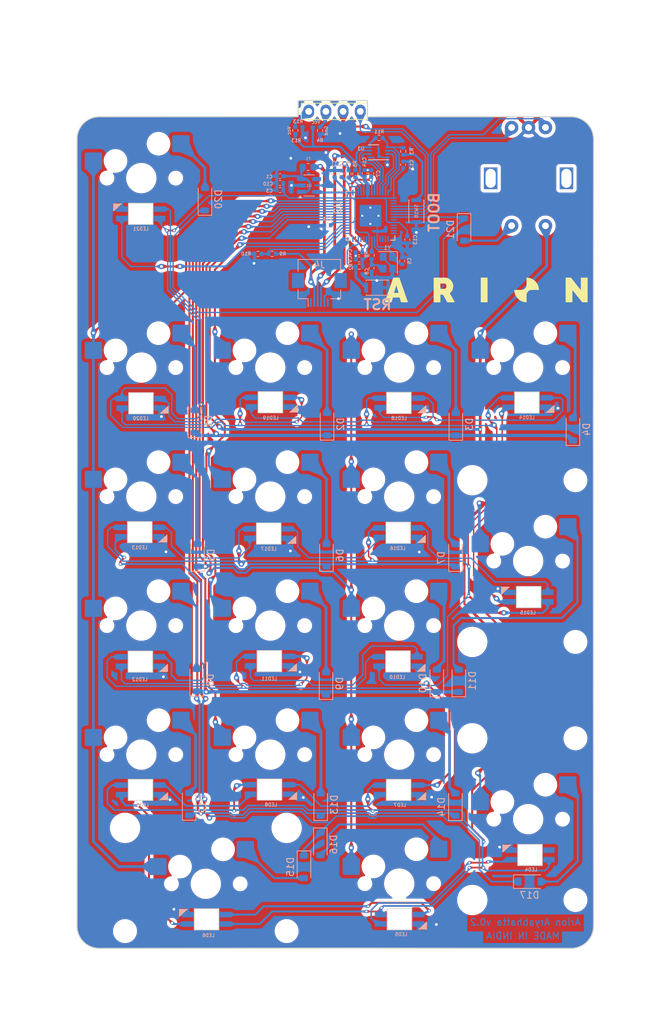
<source format=kicad_pcb>
(kicad_pcb (version 20241229) (generator "pcbnew") (generator_version "9.0")
  (layers (0 "F.Cu" signal) (2 "B.Cu" signal) (13 "F.Paste" user) (15 "B.Paste" user) (5 "F.SilkS" user "F.Silkscreen") (7 "B.SilkS" user "B.Silkscreen") (1 "F.Mask" user) (3 "B.Mask" user) (25 "Edge.Cuts" user))
  (net 0 "")
  (net 1 "row0")
  (net 2 "row1")
  (net 3 "row2")
  (net 4 "row3")
  (net 5 "row4")
  (net 6 "col0")
  (net 7 "col1")
  (net 8 "col2")
  (net 9 "col3")
  (net 10 "GND")
  (net 11 "+5V")
  (net 12 "+3V3")
  (net 13 "+1V1")
  (net 14 "Net-(U2-XIN)")
  (net 15 "Net-(C8-Pad1)")
  (net 16 "Net-(D1-A)")
  (net 17 "Net-(D2-A)")
  (net 18 "Net-(D3-A)")
  (net 19 "Net-(D4-A)")
  (net 20 "Net-(D5-A)")
  (net 21 "Net-(D6-A)")
  (net 22 "Net-(D7-A)")
  (net 23 "Net-(D8-A)")
  (net 24 "Net-(D9-A)")
  (net 25 "Net-(D10-A)")
  (net 26 "Net-(D11-A)")
  (net 27 "Net-(D12-A)")
  (net 28 "Net-(D13-A)")
  (net 29 "Net-(D14-A)")
  (net 30 "Net-(D15-A)")
  (net 31 "Net-(D16-A)")
  (net 32 "Net-(D17-A)")
  (net 33 "VBUS")
  (net 34 "/D+")
  (net 35 "/D-")
  (net 36 "/~{RESET}")
  (net 37 "/QSPI_~{CS}")
  (net 38 "Net-(U2-USB_DP)")
  (net 39 "Net-(U2-USB_DM)")
  (net 40 "Net-(U2-XOUT)")
  (net 41 "/VBUS_DET")
  (net 43 "/QSPI_D2")
  (net 45 "/QSPI_D1")
  (net 46 "/QSPI_D3")
  (net 59 "/QSPI_SCLK")
  (net 63 "sdl")
  (net 64 "sda")
  (net 65 "row5")
  (net 66 "Net-(D20-A)")
  (net 67 "Net-(D21-A)")
  (net 68 "ENCA")
  (net 69 "ENCB")
  (net 70 "/QSPI_D0")
  (net 71 "Net-(R3-Pad1)")
  (net 74 "Net-(J3-Pin_1)")
  (net 75 "Net-(J3-Pin_2)")
  (net 76 "LEDIN")
  (net 77 "Net-(LED4-DIN)")
  (net 79 "Net-(LED5-DIN)")
  (net 80 "Net-(LED6-DIN)")
  (net 81 "Net-(LED10-DOUT)")
  (net 82 "Net-(LED7-DOUT)")
  (net 83 "Net-(LED8-DOUT)")
  (net 84 "Net-(LED10-DIN)")
  (net 85 "Net-(LED11-DIN)")
  (net 86 "Net-(LED12-DIN)")
  (net 87 "Net-(LED13-DIN)")
  (net 88 "Net-(LED14-DOUT)")
  (net 89 "Net-(LED14-DIN)")
  (net 90 "Net-(LED15-DOUT)")
  (net 91 "Net-(LED16-DOUT)")
  (net 92 "Net-(LED18-DIN)")
  (net 93 "Net-(LED19-DIN)")
  (net 94 "Net-(LED20-DIN)")
  (footprint "LOGO" (layer "F.Cu") (at 168.092493 49.132493)
    (property "Reference" "G***" (hide yes))
    (property "Value" "LOGO" (hide yes))
  )
  (footprint "Audio_Module:RotaryEncoder_Alps_EC11E-Switch_Vertical_H20mm-keebio_modified" (layer "F.Cu") (at 174.362493 32.652493 -90)
    (property "Reference" "SW19" (hide yes))
    (property "Value" "Rotary_Encoder_Switch" (hide yes))
  )
  (footprint "Audio_Module:128x64OLED" (layer "F.Cu") (at 145.502493 33.372493)
    (property "Reference" "J3" (hide yes))
    (property "Value" "Conn_01x04_Pin")
  )
  (footprint "Diode_SMD:D_SOD-123" (layer "B.Cu") (at 125.062493 68.562493 90)
    (property "Reference" "D1" (hide yes))
    (property "Value" "1N4148W")
  )
  (footprint "Diode_SMD:D_SOD-123" (layer "B.Cu") (at 144.592493 68.949993 90)
    (property "Reference" "D2" (hide yes))
    (property "Value" "1N4148W")
  )
  (footprint "Diode_SMD:D_SOD-123" (layer "B.Cu") (at 163.622493 68.969993 90)
    (property "Reference" "D3" (hide yes))
    (property "Value" "1N4148W")
  )
  (footprint "Diode_SMD:D_SOD-123" (layer "B.Cu") (at 180.922493 69.732493 90)
    (property "Reference" "D4" (hide yes))
    (property "Value" "1N4148W")
  )
  (footprint "Diode_SMD:D_SOD-123" (layer "B.Cu") (at 125.452493 88.312493 90)
    (property "Reference" "D5" (hide yes))
    (property "Value" "1N4148W")
  )
  (footprint "Diode_SMD:D_SOD-123" (layer "B.Cu") (at 144.502493 88.312493 90)
    (property "Reference" "D6" (hide yes))
    (property "Value" "1N4148W")
  )
  (footprint "Diode_SMD:D_SOD-123" (layer "B.Cu") (at 163.572493 88.327493 90)
    (property "Reference" "D7" (hide yes))
    (property "Value" "1N4148W")
  )
  (footprint "Diode_SMD:D_SOD-123" (layer "B.Cu") (at 125.332493 106.752493 90)
    (property "Reference" "D8" (hide yes))
    (property "Value" "1N4148W")
  )
  (footprint "Diode_SMD:D_SOD-123" (layer "B.Cu") (at 144.442493 107.242493 90)
    (property "Reference" "D9" (hide yes))
    (property "Value" "1N4148W")
  )
  (footprint "Diode_SMD:D_SOD-123" (layer "B.Cu") (at 160.812493 106.849993 90)
    (property "Reference" "D10" (hide yes))
    (property "Value" "1N4148W")
  )
  (footprint "Diode_SMD:D_SOD-123" (layer "B.Cu") (at 164.062493 106.852493 90)
    (property "Reference" "D11" (hide yes))
    (property "Value" "1N4148W")
  )
  (footprint "Diode_SMD:D_SOD-123" (layer "B.Cu") (at 124.222493 125.072493 90)
    (property "Reference" "D12" (hide yes))
    (property "Value" "1N4148W")
  )
  (footprint "Diode_SMD:D_SOD-123" (layer "B.Cu") (at 143.652493 125.122493 90)
    (property "Reference" "D13" (hide yes))
    (property "Value" "1N4148W")
  )
  (footprint "Diode_SMD:D_SOD-123" (layer "B.Cu") (at 163.552493 125.112493 90)
    (property "Reference" "D14" (hide yes))
    (property "Value" "1N4148W")
  )
  (footprint "Diode_SMD:D_SOD-123" (layer "B.Cu") (at 141.182493 134.324993 -90)
    (property "Reference" "D15" (hide yes))
    (property "Value" "1N4148W")
  )
  (footprint "Diode_SMD:D_SOD-123" (layer "B.Cu") (at 143.602493 130.942493 -90)
    (property "Reference" "D16" (hide yes))
    (property "Value" "1N4148W")
  )
  (footprint "Diode_SMD:D_SOD-123" (layer "B.Cu") (at 174.504993 136.502493)
    (property "Reference" "D17" (hide yes))
    (property "Value" "1N4148W")
  )
  (footprint "Aaaaa:MX-Hotswap-1U" (layer "B.Cu") (at 117.157493 60.597293 180)
    (property "Reference" "SW0")
    (property "Value" "KEYSW")
  )
  (footprint "Aaaaa:MX-Hotswap-1U" (layer "B.Cu") (at 136.207493 60.597293 180)
    (property "Reference" "SW1")
    (property "Value" "KEYSW")
  )
  (footprint "Aaaaa:MX-Hotswap-1U" (layer "B.Cu") (at 155.257493 60.597293 180)
    (property "Reference" "SW2")
    (property "Value" "KEYSW")
  )
  (footprint "Aaaaa:MX-Hotswap-1U" (layer "B.Cu") (at 174.307493 60.597293 180)
    (property "Reference" "SW3")
    (property "Value" "KEYSW")
  )
  (footprint "Aaaaa:MX-Hotswap-1U" (layer "B.Cu") (at 117.157493 79.647293 180)
    (property "Reference" "SW4")
    (property "Value" "KEYSW")
  )
  (footprint "Aaaaa:MX-Hotswap-1U" (layer "B.Cu") (at 136.207493 79.647293 180)
    (property "Reference" "SW5")
    (property "Value" "KEYSW")
  )
  (footprint "Aaaaa:MX-Hotswap-1U" (layer "B.Cu") (at 155.257493 79.647293 180)
    (property "Reference" "SW6")
    (property "Value" "KEYSW")
  )
  (footprint "Aaaaa:MX-Hotswap-2U-Vertical-ReversedStabilizers" (layer "B.Cu") (at 174.307493 89.170493 180)
    (property "Reference" "SW7")
    (property "Value" "KEYSW")
  )
  (footprint "Aaaaa:MX-Hotswap-1U" (layer "B.Cu") (at 117.157493 98.697293 180)
    (property "Reference" "SW8")
    (property "Value" "KEYSW")
  )
  (footprint "Aaaaa:MX-Hotswap-1U" (layer "B.Cu") (at 136.207493 98.697293 180)
    (property "Reference" "SW9")
    (property "Value" "KEYSW")
  )
  (footprint "Aaaaa:MX-Hotswap-1U" (layer "B.Cu") (at 155.257493 98.697293 180)
    (property "Reference" "SW10")
    (property "Value" "KEYSW")
  )
  (footprint "Aaaaa:MX-Hotswap-1U" (layer "B.Cu") (at 117.157493 117.747293 180)
    (property "Reference" "SW11")
    (property "Value" "KEYSW")
  )
  (footprint "Aaaaa:MX-Hotswap-1U" (layer "B.Cu") (at 136.207493 117.747293 180)
    (property "Reference" "SW12")
    (property "Value" "KEYSW")
  )
  (footprint "Aaaaa:MX-Hotswap-1U" (layer "B.Cu") (at 155.257493 117.747293 180)
    (property "Reference" "SW13")
    (property "Value" "KEYSW")
  )
  (footprint "Aaaaa:MX-Hotswap-2U-Vertical-ReversedStabilizers" (layer "B.Cu") (at 174.307493 127.280493 180)
    (property "Reference" "SW14")
    (property "Value" "KEYSW")
  )
  (footprint "Aaaaa:MX-Hotswap-1U" (layer "B.Cu") (at 155.257493 136.797293 180)
    (property "Reference" "SW16")
    (property "Value" "KEYSW")
  )
  (footprint "Aaaaa:MX-Hotswap-2U-ReversedStabilizers" (layer "B.Cu") (at 126.680986 136.822736 180)
    (property "Reference" "SW15")
    (property "Value" "KEYSW")
  )
  (footprint "Capacitor_SMD:C_0402_1005Metric" (layer "B.Cu") (at 137.639086 32.329993 180)
    (property "Reference" "C1" (hide yes))
    (property "Value" "1µ")
  )
  (footprint "Capacitor_SMD:C_0402_1005Metric" (layer "B.Cu") (at 145.709993 31.989993 90)
    (property "Reference" "C2" (hide yes))
    (property "Value" "1µ")
  )
  (footprint "Capacitor_SMD:C_0402_1005Metric" (layer "B.Cu") (at 137.639086 34.389993 180)
    (property "Reference" "C3" (hide yes))
    (property "Value" "1µ")
  )
  (footprint "Capacitor_SMD:C_0402_1005Metric" (layer "B.Cu") (at 149.309993 43.579993 180)
    (property "Reference" "C4" (hide yes))
    (property "Value" "1µ")
  )
  (footprint "Capacitor_SMD:C_0402_1005Metric" (layer "B.Cu") (at 155.699993 44.859993 90)
    (property "Reference" "C5" (hide yes))
    (property "Value" "15p")
  )
  (footprint "Fuse:Fuse_0603_1608Metric" (layer "B.Cu") (at 141.802493 30.982493 180)
    (property "Reference" "F1" (hide yes))
    (property "Value" "Polyfuse")
  )
  (footprint "Resistor_SMD:R_0402_1005Metric" (layer "B.Cu") (at 149.352493 45.692493)
    (property "Reference" "R2" (hide yes))
    (property "Value" "10k")
  )
  (footprint "Resistor_SMD:R_0402_1005Metric" (layer "B.Cu") (at 155.849993 28.659993 90)
    (property "Reference" "R3" (hide yes))
    (property "Value" "1k")
  )
  (footprint "Resistor_SMD:R_0402_1005Metric" (layer "B.Cu") (at 148.779086 31.989993 -90)
    (property "Reference" "R6" (hide yes))
    (property "Value" "27")
  )
  (footprint "Package_TO_SOT_SMD:SOT-23-5" (layer "B.Cu") (at 141.927493 33.709993)
    (property "Reference" "U1" (hide yes))
    (property "Value" "XC6210B332MR-G")
  )
  (footprint "Crystal:Crystal_SMD_2520-4Pin_2.5x2.0mm" (layer "B.Cu") (at 153.579993 45.119993 -90)
    (property "Reference" "Y1" (hide yes))
    (property "Value" "Crystal_GND24")
  )
  (footprint "Capacitor_SMD:C_0402_1005Metric" (layer "B.Cu") (at 149.322493 44.622493 180)
    (property "Reference" "C9" (hide yes))
    (property "Value" "100n")
  )
  (footprint "Capacitor_SMD:C_0402_1005Metric" (layer "B.Cu") (at 144.659086 39.569993 180)
    (property "Reference" "C11" (hide yes))
    (property "Value" "100n")
  )
  (footprint "Audio_Module:YS-SK6812MINI-E" (layer "B.Cu") (at 174.574994 132.562493)
    (property "Reference" "LED4" (hide yes))
    (property "Value" "YS-SK6812MINI-E" (hide yes))
    (fp_line (start -1.8 -1.55) (end 1.8 -1.55) (stroke (width 0.1)) (layer "Edge.Cuts"))
    (fp_line (start -1.8 1.55) (end -1.8 -1.55) (stroke (width 0.1)) (layer "Edge.Cuts"))
    (fp_line (start 1.8 -1.55) (end 1.8 1.55) (stroke (width 0.1)) (layer "Edge.Cuts"))
    (fp_line (start 1.8 1.55) (end -1.8 1.55) (stroke (width 0.1)) (layer "Edge.Cuts"))
  )
  (footprint "Aaaaa:MX-Hotswap-1U" (layer "B.Cu") (at 117.152493 32.622493 180)
    (property "Reference" "SW20")
    (property "Value" "KEYSW")
  )
  (footprint "Audio_Module:YS-SK6812MINI-E" (layer "B.Cu") (at 117.012493 104.012493 180)
    (property "Reference" "LED12" (hide yes))
    (property "Value" "YS-SK6812MINI-E" (hide yes))
    (fp_line (start 1.8 1.55) (end -1.8 1.55) (stroke (width 0.1)) (layer "Edge.Cuts"))
    (fp_line (start 1.8 -1.55) (end 1.8 1.55) (stroke (width 0.1)) (layer "Edge.Cuts"))
    (fp_line (start -1.8 1.55) (end -1.8 -1.55) (stroke (width 0.1)) (layer "Edge.Cuts"))
    (fp_line (start -1.8 -1.55) (end 1.8 -1.55) (stroke (width 0.1)) (layer "Edge.Cuts"))
  )
  (footprint "Audio_Module:YS-SK6812MINI-E" (layer "B.Cu") (at 135.977493 85.112493 180)
    (property "Reference" "LED17" (hide yes))
    (property "Value" "YS-SK6812MINI-E" (hide yes))
    (fp_line (start 1.8 1.55) (end -1.8 1.55) (stroke (width 0.1)) (layer "Edge.Cuts"))
    (fp_line (start 1.8 -1.55) (end 1.8 1.55) (stroke (width 0.1)) (layer "Edge.Cuts"))
    (fp_line (start -1.8 1.55) (end -1.8 -1.55) (stroke (width 0.1)) (layer "Edge.Cuts"))
    (fp_line (start -1.8 -1.55) (end 1.8 -1.55) (stroke (width 0.1)) (layer "Edge.Cuts"))
  )
  (footprint "Button_Switch_SMD:SW_SPST_CK_KXT3" (layer "B.Cu") (at 152.002493 48.802493 180)
    (property "Reference" "SW17" (hide yes))
    (property "Value" "SW_Push")
  )
  (footprint "Capacitor_SMD:C_0402_1005Metric" (layer "B.Cu") (at 150.139086 31.919993 90)
    (property "Reference" "C14" (hide yes))
    (property "Value" "100n")
  )
  (footprint "Diode_SMD:D_SOD-123" (layer "B.Cu") (at 126.552493 35.742493 90)
    (property "Reference" "D20" (hide yes))
    (property "Value" "1N4148W")
  )
  (footprint "Audio_Module:YS-SK6812MINI-E" (layer "B.Cu") (at 126.792493 142.062493)
    (property "Reference" "LED6" (hide yes))
    (property "Value" "YS-SK6812MINI-E" (hide yes))
    (fp_line (start -1.8 -1.55) (end 1.8 -1.55) (stroke (width 0.1)) (layer "Edge.Cuts"))
    (fp_line (start -1.8 1.55) (end -1.8 -1.55) (stroke (width 0.1)) (layer "Edge.Cuts"))
    (fp_line (start 1.8 -1.55) (end 1.8 1.55) (stroke (width 0.1)) (layer "Edge.Cuts"))
    (fp_line (start 1.8 1.55) (end -1.8 1.55) (stroke (width 0.1)) (layer "Edge.Cuts"))
  )
  (footprint "Capacitor_SMD:C_0402_1005Metric" (layer "B.Cu") (at 151.159993 45.929993 -90)
    (property "Reference" "C8" (hide yes))
    (property "Value" "15p")
  )
  (footprint "Resistor_SMD:R_0402_1005Metric" (layer "B.Cu") (at 134.392493 43.802493)
    (property "Reference" "R10" (hide yes))
    (property "Value" "10k")
  )
  (footprint "Audio_Module:YS-SK6812MINI-E" (layer "B.Cu") (at 116.922493 84.892493 180)
    (property "Reference" "LED13" (hide yes))
    (property "Value" "YS-SK6812MINI-E" (hide yes))
    (fp_line (start 1.8 1.55) (end -1.8 1.55) (stroke (width 0.1)) (layer "Edge.Cuts"))
    (fp_line (start 1.8 -1.55) (end 1.8 1.55) (stroke (width 0.1)) (layer "Edge.Cuts"))
    (fp_line (start -1.8 1.55) (end -1.8 -1.55) (stroke (width 0.1)) (layer "Edge.Cuts"))
    (fp_line (start -1.8 -1.55) (end 1.8 -1.55) (stroke (width 0.1)) (layer "Edge.Cuts"))
  )
  (footprint "Resistor_SMD:R_0402_1005Metric" (layer "B.Cu") (at 142.492493 24.602493 -90)
    (property "Reference" "R1" (hide yes))
    (property "Value" "0k" (hide yes))
  )
  (footprint "Audio_Module:YS-SK6812MINI-E" (layer "B.Cu") (at 117.102493 65.872493 180)
    (property "Reference" "LED20" (hide yes))
    (property "Value" "YS-SK6812MINI-E" (hide yes))
    (fp_line (start 1.8 1.55) (end -1.8 1.55) (stroke (width 0.1)) (layer "Edge.Cuts"))
    (fp_line (start 1.8 -1.55) (end 1.8 1.55) (stroke (width 0.1)) (layer "Edge.Cuts"))
    (fp_line (start -1.8 1.55) (end -1.8 -1.55) (stroke (width 0.1)) (layer "Edge.Cuts"))
    (fp_line (start -1.8 -1.55) (end 1.8 -1.55) (stroke (width 0.1)) (layer "Edge.Cuts"))
  )
  (footprint "Audio_Module:YS-SK6812MINI-E" (layer "B.Cu") (at 155.202493 65.812493 180)
    (property "Reference" "LED18" (hide yes))
    (property "Value" "YS-SK6812MINI-E" (hide yes))
    (fp_line (start 1.8 1.55) (end -1.8 1.55) (stroke (width 0.1)) (layer "Edge.Cuts"))
    (fp_line (start 1.8 -1.55) (end 1.8 1.55) (stroke (width 0.1)) (layer "Edge.Cuts"))
    (fp_line (start -1.8 1.55) (end -1.8 -1.55) (stroke (width 0.1)) (layer "Edge.Cuts"))
    (fp_line (start -1.8 -1.55) (end 1.8 -1.55) (stroke (width 0.1)) (layer "Edge.Cuts"))
  )
  (footprint "Resistor_SMD:R_0402_1005Metric" (layer "B.Cu") (at 143.552493 25.602493 90)
    (property "Reference" "R4" (hide yes))
    (property "Value" "0k")
  )
  (footprint "Capacitor_SMD:C_0402_1005Metric" (layer "B.Cu") (at 137.639086 33.349993 180)
    (property "Reference" "C10" (hide yes))
    (property "Value" "100n")
  )
  (footprint "Capacitor_SMD:C_0402_1005Metric" (layer "B.Cu") (at 156.449993 41.719993 -90)
    (property "Reference" "C13" (hide yes))
    (property "Value" "100n")
  )
  (footprint "Audio_Module:YS-SK6812MINI-E" (layer "B.Cu") (at 155.162493 122.952493 180)
    (property "Reference" "LED7" (hide yes))
    (property "Value" "YS-SK6812MINI-E" (hide yes))
    (fp_line (start 1.8 1.55) (end -1.8 1.55) (stroke (width 0.1)) (layer "Edge.Cuts"))
    (fp_line (start 1.8 -1.55) (end 1.8 1.55) (stroke (width 0.1)) (layer "Edge.Cuts"))
    (fp_line (start -1.8 1.55) (end -1.8 -1.55) (stroke (width 0.1)) (layer "Edge.Cuts"))
    (fp_line (start -1.8 -1.55) (end 1.8 -1.55) (stroke (width 0.1)) (layer "Edge.Cuts"))
  )
  (footprint "Audio_Module:YS-SK6812MINI-E" (layer "B.Cu") (at 155.292493 142.052493 180)
    (property "Reference" "LED5" (hide yes))
    (property "Value" "YS-SK6812MINI-E" (hide yes))
    (fp_line (start 1.8 1.55) (end -1.8 1.55) (stroke (width 0.1)) (layer "Edge.Cuts"))
    (fp_line (start 1.8 -1.55) (end 1.8 1.55) (stroke (width 0.1)) (layer "Edge.Cuts"))
    (fp_line (start -1.8 1.55) (end -1.8 -1.55) (stroke (width 0.1)) (layer "Edge.Cuts"))
    (fp_line (start -1.8 -1.55) (end 1.8 -1.55) (stroke (width 0.1)) (layer "Edge.Cuts"))
  )
  (footprint "Diode_SMD:D_SOD-123" (layer "B.Cu") (at 164.832493 40.212493 -90)
    (property "Reference" "D21" (hide yes))
    (property "Value" "1N4148W")
  )
  (footprint "Audio_Module:YS-SK6812MINI-E" (layer "B.Cu") (at 136.089993 122.902493 180)
    (property "Reference" "LED8" (hide yes))
    (property "Value" "YS-SK6812MINI-E" (hide yes))
    (fp_line (start 1.8 1.55) (end -1.8 1.55) (stroke (width 0.1)) (layer "Edge.Cuts"))
    (fp_line (start 1.8 -1.55) (end 1.8 1.55) (stroke (width 0.1)) (layer "Edge.Cuts"))
    (fp_line (start -1.8 1.55) (end -1.8 -1.55) (stroke (width 0.1)) (layer "Edge.Cuts"))
    (fp_line (start -1.8 -1.55) (end 1.8 -1.55) (stroke (width 0.1)) (layer "Edge.Cuts"))
  )
  (footprint "Resistor_SMD:R_0402_1005Metric" (layer "B.Cu") (at 140.972493 24.552493 90)
    (property "Reference" "R12" (hide yes))
    (property "Value" "0k" (hide yes))
  )
  (footprint "Audio_Module:YS-SK6812MINI-E" (layer "B.Cu") (at 174.122493 65.762493 180)
    (property "Reference" "LED14" (hide yes))
    (property "Value" "YS-SK6812MINI-E" (hide yes))
    (fp_line (start 1.8 1.55) (end -1.8 1.55) (stroke (width 0.1)) (layer "Edge.Cuts"))
    (fp_line (start 1.8 -1.55) (end 1.8 1.55) (stroke (width 0.1)) (layer "Edge.Cuts"))
    (fp_line (start -1.8 1.55) (end -1.8 -1.55) (stroke (width 0.1)) (layer "Edge.Cuts"))
    (fp_line (start -1.8 -1.55) (end 1.8 -1.55) (stroke (width 0.1)) (layer "Edge.Cuts"))
  )
  (footprint "Audio_Module:USON-8-1EP_3x2mm_P0.5mm_EP0.25x1.65mm" (layer "B.Cu") (at 152.209993 28.809993 180)
    (property "Reference" "U3" (hide yes))
    (property "Value" "U3")
  )
  (footprint "Audio_Module:YS-SK6812MINI-E" (layer "B.Cu") (at 117.032493 122.952493 180)
    (property "Reference" "LED9" (hide yes))
    (property "Value" "YS-SK6812MINI-E" (hide yes))
    (fp_line (start 1.8 1.55) (end -1.8 1.55) (stroke (width 0.1)) (layer "Edge.Cuts"))
    (fp_line (start 1.8 -1.55) (end 1.8 1.55) (stroke (width 0.1)) (layer "Edge.Cuts"))
    (fp_line (start -1.8 1.55) (end -1.8 -1.55) (stroke (width 0.1)) (layer "Edge.Cuts"))
    (fp_line (start -1.8 -1.55) (end 1.8 -1.55) (stroke (width 0.1)) (layer "Edge.Cuts"))
  )
  (footprint "Audio_Module:YS-SK6812MINI-E" (layer "B.Cu") (at 136.072493 103.942493 180)
    (property "Reference" "LED11" (hide yes))
    (property "Value" "YS-SK6812MINI-E" (hide yes))
    (fp_line (start 1.8 1.55) (end -1.8 1.55) (stroke (width 0.1)) (layer "Edge.Cuts"))
    (fp_line (start 1.8 -1.55) (end 1.8 1.55) (stroke (width 0.1)) (layer "Edge.Cuts"))
    (fp_line (start -1.8 1.55) (end -1.8 -1.55) (stroke (width 0.1)) (layer "Edge.Cuts"))
    (fp_line (start -1.8 -1.55) (end 1.8 -1.55) (stroke (width 0.1)) (layer "Edge.Cuts"))
  )
  (footprint "Resistor_SMD:R_0402_1005Metric" (layer "B.Cu") (at 152.279993 26.669993 180)
    (property "Reference" "R11" (hide yes))
    (property "Value" "10k")
  )
  (footprint "Capacitor_SMD:C_0402_1005Metric" (layer "B.Cu") (at 155.829993 30.649993 90)
    (property "Reference" "C12" (hide yes))
    (property "Value" "100n")
  )
  (footprint "Audio_Module:QFN-56-1EP_7x7mm_P0.4mm_EP3.2x3.2mm" (layer "B.Cu") (at 151.009993 38.179993 180)
    (property "Reference" "U2" (hide yes))
    (property "Value" "U2")
  )
  (footprint "Capacitor_SMD:C_0402_1005Metric" (layer "B.Cu") (at 151.119086 31.919993 90)
    (property "Reference" "C7" (hide yes))
    (property "Value" "100n")
  )
  (footprint "Connector_FFC-FPC:Hirose_FH12-6S-0.5SH_1x06-1MP_P0.50mm_Horizontal" (layer "B.Cu") (at 143.452493 49.132493)
    (property "Reference" "J4" (hide yes))
    (property "Value" "Conn_01x06_Socket")
  )
  (footprint "Resistor_SMD:R_0402_1005Metric" (layer "B.Cu") (at 136.472493 43.802493)
    (property "Reference" "R9" (hide yes))
    (property "Value" "5.1k")
  )
  (footprint "Resistor_SMD:R_0402_1005Metric" (layer "B.Cu") (at 139.912493 25.592493 -90)
    (property "Reference" "R13")
    (property "Value" "0k")
  )
  (footprint "Audio_Module:YS-SK6812MINI-E" (layer "B.Cu") (at 136.222493 65.712493 180)
    (property "Reference" "LED19" (hide yes))
    (property "Value" "YS-SK6812MINI-E" (hide yes))
    (fp_line (start 1.8 1.55) (end -1.8 1.55) (stroke (width 0.1)) (layer "Edge.Cuts"))
    (fp_line (start 1.8 -1.55) (end 1.8 1.55) (stroke (width 0.1)) (layer "Edge.Cuts"))
    (fp_line (start -1.8 1.55) (end -1.8 -1.55) (stroke (width 0.1)) (layer "Edge.Cuts"))
    (fp_line (start -1.8 -1.55) (end 1.8 -1.55) (stroke (width 0.1)) (layer "Edge.Cuts"))
  )
  (footprint "Audio_Module:YS-SK6812MINI-E" (layer "B.Cu") (at 155.109993 84.982493 180)
    (property "Reference" "LED16" (hide yes))
    (property "Value" "YS-SK6812MINI-E" (hide yes))
    (fp_line (start 1.8 1.55) (end -1.8 1.55) (stroke (width 0.1)) (layer "Edge.Cuts"))
    (fp_line (start 1.8 -1.55) (end 1.8 1.55) (stroke (width 0.1)) (layer "Edge.Cuts"))
    (fp_line (start -1.8 1.55) (end -1.8 -1.55) (stroke (width 0.1)) (layer "Edge.Cuts"))
    (fp_line (start -1.8 -1.55) (end 1.8 -1.55) (stroke (width 0.1)) (layer "Edge.Cuts"))
  )
  (footprint "Audio_Module:YS-SK6812MINI-E" (layer "B.Cu") (at 155.069993 103.992493 180)
    (property "Reference" "LED10" (hide yes))
    (property "Value" "YS-SK6812MINI-E" (hide yes))
    (fp_line (start 1.8 1.55) (end -1.8 1.55) (stroke (width 0.1)) (layer "Edge.Cuts"))
    (fp_line (start 1.8 -1.55) (end 1.8 1.55) (stroke (width 0.1)) (layer "Edge.Cuts"))
    (fp_line (start -1.8 1.55) (end -1.8 -1.55) (stroke (width 0.1)) (layer "Edge.Cuts"))
    (fp_line (start -1.8 -1.55) (end 1.8 -1.55) (stroke (width 0.1)) (layer "Edge.Cuts"))
  )
  (footprint "Audio_Module:YS-SK6812MINI-E" (layer "B.Cu") (at 174.382493 94.482493)
    (property "Reference" "LED15" (hide yes))
    (property "Value" "YS-SK6812MINI-E" (hide yes))
    (fp_line (start -1.8 -1.55) (end 1.8 -1.55) (stroke (width 0.1)) (layer "Edge.Cuts"))
    (fp_line (start -1.8 1.55) (end -1.8 -1.55) (stroke (width 0.1)) (layer "Edge.Cuts"))
    (fp_line (start 1.8 -1.55) (end 1.8 1.55) (stroke (width 0.1)) (layer "Edge.Cuts"))
    (fp_line (start 1.8 1.55) (end -1.8 1.55) (stroke (width 0.1)) (layer "Edge.Cuts"))
  )
  (footprint "Resistor_SMD:R_0402_1005Metric" (layer "B.Cu") (at 151.169993 44.039993 90)
    (property "Reference" "R8" (hide yes))
    (property "Value" "1k")
  )
  (footprint "Capacitor_SMD:C_0402_1005Metric" (layer "B.Cu") (at 146.749993 31.989993 90)
    (property "Reference" "C6" (hide yes))
    (property "Value" "100n")
  )
  (footprint "Resistor_SMD:R_0402_1005Metric" (layer "B.Cu") (at 147.779993 31.999993 -90)
    (property "Reference" "R7" (hide yes))
    (property "Value" "27")
  )
  (footprint "Audio_Module:YS-SK6812MINI-E" (layer "B.Cu") (at 117.062493 37.892493)
    (property "Reference" "LED21" (hide yes))
    (property "Value" "YS-SK6812MINI-E" (hide yes))
    (fp_line (start -1.8 -1.55) (end 1.8 -1.55) (stroke (width 0.1)) (layer "Edge.Cuts"))
    (fp_line (start -1.8 1.55) (end -1.8 -1.55) (stroke (width 0.1)) (layer "Edge.Cuts"))
    (fp_line (start 1.8 -1.55) (end 1.8 1.55) (stroke (width 0.1)) (layer "Edge.Cuts"))
    (fp_line (start 1.8 1.55) (end -1.8 1.55) (stroke (width 0.1)) (layer "Edge.Cuts"))
  )
  (footprint "Button_Switch_SMD:SW_SPST_CK_KXT3" (layer "B.Cu") (at 157.789993 37.499993 90)
    (property "Reference" "SW18" (hide yes))
    (property "Value" "SW_Push")
  )
  (gr_arc (start 180.661506 23.56142) (mid 182.999994 24.530054) (end 183.968628 26.868542) (stroke (width 0.15)) (layer "Edge.Cuts"))
  (gr_arc (start 183.968628 143.054298) (mid 182.999994 145.392786) (end 180.661506 146.36142) (stroke (width 0.15)) (layer "Edge.Cuts"))
  (gr_arc (start 110.949474 146.36142) (mid 108.610986 145.392786) (end 107.642352 143.054298) (stroke (width 0.15)) (layer "Edge.Cuts"))
  (gr_arc (start 107.642352 26.868542) (mid 108.610986 24.530054) (end 110.949474 23.56142) (stroke (width 0.15)) (layer "Edge.Cuts"))
  (gr_line (start 107.67525 72.911427) (end 107.642352 26.868542) (stroke (width 0.15)) (layer "Edge.Cuts"))
  (gr_line (start 110.949474 23.56142) (end 140.312493 23.552089) (stroke (width 0.15)) (layer "Edge.Cuts"))
  (gr_line (start 140.312493 23.552493) (end 140.312493 21.162493) (stroke (width 0.15)) (layer "Edge.Cuts"))
  (gr_line (start 107.642352 143.054298) (end 107.662493 130.422493) (stroke (width 0.15)) (layer "Edge.Cuts"))
  (gr_line (start 180.661506 146.36142) (end 148.36887 146.325856) (stroke (width 0.15)) (layer "Edge.Cuts"))
  (gr_line (start 183.968628 26.868542) (end 183.939736 67.483559) (stroke (width 0.15)) (layer "Edge.Cuts"))
  (gr_line (start 107.662493 130.422493) (end 107.67525 72.911427) (stroke (width 0.15)) (layer "Edge.Cuts"))
  (gr_line (start 150.552493 23.56142) (end 180.661506 23.56142) (stroke (width 0.15)) (layer "Edge.Cuts"))
  (gr_line (start 140.312493 21.162493) (end 150.552493 21.162493) (stroke (width 0.15)) (layer "Edge.Cuts"))
  (gr_line (start 183.945856 105.866116) (end 183.968628 143.054298) (stroke (width 0.15)) (layer "Edge.Cuts"))
  (gr_line (start 183.939736 67.483559) (end 183.945856 105.866116) (stroke (width 0.15)) (layer "Edge.Cuts"))
  (gr_line (start 148.36887 146.325856) (end 110.949474 146.36142) (stroke (width 0.15)) (layer "Edge.Cuts"))
  (gr_line (start 150.552493 21.162493) (end 150.552493 23.56142) (stroke (width 0.15)) (layer "Edge.Cuts"))
  (gr_text "MADE IN INDIA" (at 179.052493 145.102493 0) (layer "B.Cu") (effects (font (size 1 1)) (justify left bottom mirror)))
  (gr_text "Arion Aryabhatta v0.2" (at 182.142493 143.072493 0) (layer "B.Cu") (effects (font (size 1 1)) (justify left bottom mirror)))
  (gr_text "LED9" (at 118.322493 125.512493 0) (layer "B.SilkS") (effects (font (size 0.5 0.5) (thickness 0.1) (bold yes)) (justify left bottom mirror)))
  (gr_text "LED17" (at 137.202493 87.662493 0) (layer "B.SilkS") (effects (font (size 0.5 0.5) (thickness 0.1) (bold yes)) (justify left bottom mirror)))
  (gr_text "LED20" (at 118.282493 68.402493 0) (layer "B.SilkS") (effects (font (size 0.5 0.5) (thickness 0.1) (bold yes)) (justify left bottom mirror)))
  (gr_text "LED13" (at 118.122493 87.452493 0) (layer "B.SilkS") (effects (font (size 0.5 0.5) (thickness 0.1) (bold yes)) (justify left bottom mirror)))
  (gr_text "LED4" (at 175.722493 135.022493 0) (layer "B.SilkS") (effects (font (size 0.5 0.5) (thickness 0.1) (bold yes)) (justify left bottom mirror)))
  (gr_text "LED19" (at 137.492493 68.322493 0) (layer "B.SilkS") (effects (font (size 0.5 0.5) (thickness 0.1) (bold yes)) (justify left bottom mirror)))
  (gr_text "LED14" (at 175.342493 68.242493 0) (layer "B.SilkS") (effects (font (size 0.5 0.5) (thickness 0.1) (bold yes)) (justify left bottom mirror)))
  (gr_text "LED11" (at 137.262493 106.832493 0) (layer "B.SilkS") (effects (font (size 0.5 0.5) (thickness 0.1) (bold yes)) (justify left bottom mirror)))
  (gr_text "Vcc" (at 143.662493 24.622493 0) (layer "B.SilkS") (effects (font (size 0.5 0.5) (thickness 0.1) (bold yes)) (justify left bottom mirror)))
  (gr_text "LED10" (at 156.192493 106.592493 0) (layer "B.SilkS") (effects (font (size 0.5 0.5) (thickness 0.1) (bold yes)) (justify left bottom mirror)))
  (gr_text "LED15" (at 175.482493 97.072493 0) (layer "B.SilkS") (effects (font (size 0.5 0.5) (thickness 0.1) (bold yes)) (justify left bottom mirror)))
  (gr_text "Vcc" (at 139.272493 24.922493 90) (layer "B.SilkS") (effects (font (size 0.5 0.5) (thickness 0.1) (bold yes)) (justify left bottom mirror)))
  (gr_text "LED21" (at 118.292493 40.402493 0) (layer "B.SilkS") (effects (font (size 0.5 0.5) (thickness 0.1) (bold yes)) (justify left bottom mirror)))
  (gr_text "LED7" (at 156.352493 125.477493 0) (layer "B.SilkS") (effects (font (size 0.5 0.5) (thickness 0.1) (bold yes)) (justify left bottom mirror)))
  (gr_text "Gnd" (at 144.742493 24.862493 90) (layer "B.SilkS") (effects (font (size 0.5 0.5) (thickness 0.1) (bold yes)) (justify left bottom mirror)))
  (gr_text "LED5" (at 156.522493 144.572493 0) (layer "B.SilkS") (effects (font (size 0.5 0.5) (thickness 0.1) (bold yes)) (justify left bottom mirror)))
  (gr_text "LED16" (at 156.252493 87.562493 0) (layer "B.SilkS") (effects (font (size 0.5 0.5) (thickness 0.1) (bold yes)) (justify left bottom mirror)))
  (gr_text "LED6" (at 128.042493 144.712493 0) (layer "B.SilkS") (effects (font (size 0.5 0.5) (thickness 0.1) (bold yes)) (justify left bottom mirror)))
  (gr_text "LED12" (at 118.142493 106.932493 0) (layer "B.SilkS") (effects (font (size 0.5 0.5) (thickness 0.1) (bold yes)) (justify left bottom mirror)))
  (gr_text "RST" (at 154.292493 52.182493 0) (layer "B.SilkS") (effects (font (size 1.5 1.5) (thickness 0.3) (bold yes)) (justify left bottom mirror)))
  (gr_text "BOOT" (at 161.282493 34.582493 90) (layer "B.SilkS") (effects (font (size 1.5 1.5) (thickness 0.3) (bold yes)) (justify left bottom mirror)))
  (gr_text "LED8" (at 137.292493 125.427493 0) (layer "B.SilkS") (effects (font (size 0.5 0.5) (thickness 0.1) (bold yes)) (justify left bottom mirror)))
  (gr_text "LED18" (at 156.462493 68.362493 0) (layer "B.SilkS") (effects (font (size 0.5 0.5) (thickness 0.1) (bold yes)) (justify left bottom mirror)))
  (segment (start 131.744993 40.539993) (end 126.762493 45.522493) (width 0.3) (layer "F.Cu") (net 1))
  (segment (start 126.762493 68.902493) (end 128.222493 70.362493) (width 0.3) (layer "F.Cu") (net 1))
  (segment (start 132.309086 40.539993) (end 131.744993 40.539993) (width 0.3) (layer "F.Cu") (net 1))
  (segment (start 126.762493 45.522493) (end 126.762493 68.902493) (width 0.3) (layer "F.Cu") (net 1))
  (via (at 128.222493 70.362493) (size 0.8) (drill 0.4) (layers "F.Cu" "B.Cu") (net 1))
  (via (at 132.309086 40.539993) (size 0.8) (drill 0.4) (layers "F.Cu" "B.Cu") (net 1))
  (segment (start 147.572493 38.379993) (end 138.444993 38.379993) (width 0.2) (layer "B.Cu") (net 1))
  (segment (start 136.284993 40.539993) (end 132.309086 40.539993) (width 0.2) (layer "B.Cu") (net 1))
  (segment (start 180.159993 70.619993) (end 180.922493 71.382493) (width 0.5) (layer "B.Cu") (net 1))
  (segment (start 177.162493 70.619993) (end 180.159993 70.619993) (width 0.5) (layer "B.Cu") (net 1))
  (segment (start 125.469993 70.619993) (end 125.062493 70.212493) (width 0.5) (layer "B.Cu") (net 1))
  (segment (start 138.444993 38.379993) (end 136.284993 40.539993) (width 0.2) (layer "B.Cu") (net 1))
  (segment (start 179.712493 70.619993) (end 179.812493 70.719993) (width 0.5) (layer "B.Cu") (net 1))
  (segment (start 177.162493 70.619993) (end 179.712493 70.619993) (width 0.5) (layer "B.Cu") (net 1))
  (segment (start 163.622493 70.619993) (end 177.162493 70.619993) (width 0.5) (layer "B.Cu") (net 1))
  (segment (start 163.622493 70.619993) (end 125.469993 70.619993) (width 0.5) (layer "B.Cu") (net 1))
  (segment (start 131.634993 39.029993) (end 133.659086 39.029993) (width 0.3) (layer "F.Cu") (net 2))
  (segment (start 125.762493 88.462493) (end 125.762493 44.902493) (width 0.3) (layer "F.Cu") (net 2))
  (segment (start 126.622493 89.962493) (end 126.622493 89.322493) (width 0.3) (layer "F.Cu") (net 2))
  (segment (start 126.622493 89.322493) (end 125.762493 88.462493) (width 0.3) (layer "F.Cu") (net 2))
  (segment (start 125.762493 44.902493) (end 131.634993 39.029993) (width 0.3) (layer "F.Cu") (net 2))
  (via (at 126.622493 89.962493) (size 0.8) (drill 0.4) (layers "F.Cu" "B.Cu") (net 2))
  (via (at 133.659086 39.029993) (size 0.8) (drill 0.4) (layers "F.Cu" "B.Cu") (net 2))
  (segment (start 126.622493 89.962493) (end 127.102493 89.962493) (width 0.3) (layer "B.Cu") (net 2))
  (segment (start 133.162493 89.632493) (end 163.227493 89.632493) (width 0.3) (layer "B.Cu") (net 2))
  (segment (start 132.422493 90.372493) (end 133.162493 89.632493) (width 0.3) (layer "B.Cu") (net 2))
  (segment (start 127.392493 89.672493) (end 130.921832 89.672493) (width 0.3) (layer "B.Cu") (net 2))
  (segment (start 137.944993 37.579993) (end 136.494993 39.029993) (width 0.2) (layer "B.Cu") (net 2))
  (segment (start 131.621832 90.372493) (end 132.422493 90.372493) (width 0.3) (layer "B.Cu") (net 2))
  (segment (start 126.622493 89.962493) (end 125.452493 89.962493) (width 0.5) (layer "B.Cu") (net 2))
  (segment (start 130.921832 89.672493) (end 131.621832 90.372493) (width 0.3) (layer "B.Cu") (net 2))
  (segment (start 147.572493 37.579993) (end 137.944993 37.579993) (width 0.2) (layer "B.Cu") (net 2))
  (segment (start 127.102493 89.962493) (end 127.392493 89.672493) (width 0.3) (layer "B.Cu") (net 2))
  (segment (start 163.227493 89.632493) (end 163.572493 89.977493) (width 0.3) (layer "B.Cu") (net 2))
  (segment (start 136.494993 39.029993) (end 133.659086 39.029993) (width 0.2) (layer "B.Cu") (net 2))
  (segment (start 125.262493 90.482493) (end 125.262493 44.642493) (width 0.3) (layer "F.Cu") (net 3))
  (segment (start 125.262493 44.642493) (end 131.624993 38.279993) (width 0.3) (layer "F.Cu") (net 3))
  (segment (start 126.612493 91.832493) (end 125.262493 90.482493) (width 0.3) (layer "F.Cu") (net 3))
  (segment (start 126.732493 108.482493) (end 126.612493 108.362493) (width 0.3) (layer "F.Cu") (net 3))
  (segment (start 126.612493 108.362493) (end 126.612493 91.832493) (width 0.3) (layer "F.Cu") (net 3))
  (segment (start 131.624993 38.279993) (end 134.329086 38.279993) (width 0.3) (layer "F.Cu") (net 3))
  (via (at 126.732493 108.482493) (size 0.8) (drill 0.4) (layers "F.Cu" "B.Cu") (net 3))
  (via (at 134.329086 38.279993) (size 0.8) (drill 0.4) (layers "F.Cu" "B.Cu") (net 3))
  (segment (start 125.412493 108.482493) (end 126.732493 108.482493) (width 0.5) (layer "B.Cu") (net 3))
  (segment (start 162.042493 108.482493) (end 163.162493 108.482493) (width 0.5) (layer "B.Cu") (net 3))
  (segment (start 126.732493 108.482493) (end 162.042493 108.482493) (width 0.5) (layer "B.Cu") (net 3))
  (segment (start 137.732493 37.179993) (end 136.632493 38.279993) (width 0.2) (layer "B.Cu") (net 3))
  (segment (start 163.162493 108.482493) (end 163.202493 108.522493) (width 0.5) (layer "B.Cu") (net 3))
  (segment (start 147.572493 37.179993) (end 137.732493 37.179993) (width 0.2) (layer "B.Cu") (net 3))
  (segment (start 125.332493 108.402493) (end 125.412493 108.482493) (width 0.5) (layer "B.Cu") (net 3))
  (segment (start 162.042493 108.482493) (end 164.042493 108.482493) (width 0.5) (layer "B.Cu") (net 3))
  (segment (start 164.042493 108.482493) (end 164.062493 108.502493) (width 0.5) (layer "B.Cu") (net 3))
  (segment (start 136.632493 38.279993) (end 134.329086 38.279993) (width 0.2) (layer "B.Cu") (net 3))
  (segment (start 125.512493 125.912493) (end 125.962493 126.362493) (width 0.3) (layer "F.Cu") (net 4))
  (segment (start 125.512493 124.302493) (end 125.512493 125.912493) (width 0.3) (layer "F.Cu") (net 4))
  (segment (start 125.332493 109.472493) (end 125.422493 109.382493) (width 0.3) (layer "F.Cu") (net 4))
  (segment (start 124.262493 44.205387) (end 131.687887 36.779993) (width 0.3) (layer "F.Cu") (net 4))
  (segment (start 125.422493 109.382493) (end 125.422493 92.122493) (width 0.3) (layer "F.Cu") (net 4))
  (segment (start 131.687887 36.779993) (end 135.669086 36.779993) (width 0.3) (layer "F.Cu") (net 4))
  (segment (start 125.422493 92.122493) (end 124.262493 90.962493) (width 0.3) (layer "F.Cu") (net 4))
  (segment (start 124.262493 90.962493) (end 124.262493 44.205387) (width 0.3) (layer "F.Cu") (net 4))
  (via (at 125.512493 124.302493) (size 0.8) (drill 0.4) (layers "F.Cu" "B.Cu") (net 4))
  (via (at 125.332493 109.472493) (size 0.8) (drill 0.4) (layers "F.Cu" "B.Cu") (net 4))
  (via (at 135.669086 36.779993) (size 0.8) (drill 0.4) (layers "F.Cu" "B.Cu") (net 4))
  (via (at 125.942493 126.512493) (size 0.5) (drill 0.3) (layers "F.Cu" "B.Cu") (net 4))
  (segment (start 124.562493 126.382493) (end 124.222493 126.722493) (width 0.25) (layer "B.Cu") (net 4))
  (segment (start 125.812493 126.382493) (end 124.562493 126.382493) (width 0.25) (layer "B.Cu") (net 4))
  (segment (start 151.845666 126.382493) (end 163.250693 126.382493) (width 0.25) (layer "B.Cu") (net 4))
  (segment (start 147.572493 36.379993) (end 137.142493 36.379993) (width 0.2) (layer "B.Cu") (net 4))
  (segment (start 130.352493 126.382493) (end 130.612493 126.642493) (width 0.25) (layer "B.Cu") (net 4))
  (segment (start 136.742493 36.779993) (end 135.669086 36.779993) (width 0.2) (layer "B.Cu") (net 4))
  (segment (start 133.082493 125.722493) (end 140.976097 125.722493) (width 0.25) (layer "B.Cu") (net 4))
  (segment (start 151.570666 126.657493) (end 151.845666 126.382493) (width 0.25) (layer "B.Cu") (net 4))
  (segment (start 126.072493 126.382493) (end 130.352493 126.382493) (width 0.25) (layer "B.Cu") (net 4))
  (segment (start 140.976097 125.722493) (end 141.636097 126.382493) (width 0.25) (layer "B.Cu") (net 4))
  (segment (start 150.81932 126.382493) (end 151.09432 126.657493) (width 0.25) (layer "B.Cu") (net 4))
  (segment (start 125.742493 124.072493) (end 125.742493 109.882493) (width 0.3) (layer "B.Cu") (net 4))
  (segment (start 125.942493 126.512493) (end 125.812493 126.382493) (width 0.25) (layer "B.Cu") (net 4))
  (segment (start 151.09432 126.657493) (end 151.570666 126.657493) (width 0.25) (layer "B.Cu") (net 4))
  (segment (start 125.942493 126.512493) (end 126.072493 126.382493) (width 0.25) (layer "B.Cu") (net 4))
  (segment (start 132.162493 126.642493) (end 133.082493 125.722493) (width 0.25) (layer "B.Cu") (net 4))
  (segment (start 125.512493 124.302493) (end 125.742493 124.072493) (width 0.3) (layer "B.Cu") (net 4))
  (segment (start 137.142493 36.379993) (end 136.742493 36.779993) (width 0.2) (layer "B.Cu") (net 4))
  (segment (start 130.612493 126.642493) (end 132.162493 126.642493) (width 0.25) (layer "B.Cu") (net 4))
  (segment (start 163.250693 126.382493) (end 163.570986 126.702786) (width 0.25) (layer "B.Cu") (net 4))
  (segment (start 125.742493 109.882493) (end 125.332493 109.472493) (width 0.3) (layer "B.Cu") (net 4))
  (segment (start 141.636097 126.382493) (end 150.81932 126.382493) (width 0.25) (layer "B.Cu") (net 4))
  (segment (start 127.222493 126.962493) (end 127.222493 127.112493) (width 0.3) (layer "F.Cu") (net 5))
  (segment (start 131.644993 37.529993) (end 134.999086 37.529993) (width 0.3) (layer "F.Cu") (net 5))
  (segment (start 126.672493 109.492493) (end 125.972493 108.792493) (width 0.3) (layer "F.Cu") (net 5))
  (segment (start 126.512493 126.252493) (end 127.222493 126.962493) (width 0.3) (layer "F.Cu") (net 5))
  (segment (start 125.972493 108.792493) (end 125.972493 91.952493) (width 0.3) (layer "F.Cu") (net 5))
  (segment (start 126.512493 124.302493) (end 126.512493 126.252493) (width 0.3) (layer "F.Cu") (net 5))
  (segment (start 125.972493 91.952493) (end 124.762493 90.742493) (width 0.3) (layer "F.Cu") (net 5))
  (segment (start 124.762493 90.742493) (end 124.762493 44.412493) (width 0.3) (layer "F.Cu") (net 5))
  (segment (start 124.762493 44.412493) (end 131.644993 37.529993) (width 0.3) (layer "F.Cu") (net 5))
  (via (at 126.512493 124.302493) (size 0.8) (drill 0.4) (layers "F.Cu" "B.Cu") (net 5))
  (via (at 126.672493 109.492493) (size 0.8) (drill 0.4) (layers "F.Cu" "B.Cu") (net 5))
  (via (at 127.222493 127.112493) (size 0.8) (drill 0.4) (layers "F.Cu" "B.Cu") (net 5))
  (via (at 134.999086 37.529993) (size 0.8) (drill 0.4) (layers "F.Cu" "B.Cu") (net 5))
  (segment (start 126.242493 109.922493) (end 126.672493 109.492493) (width 0.3) (layer "B.Cu") (net 5))
  (segment (start 161.712493 126.832493) (end 162.502493 127.622493) (width 0.25) (layer "B.Cu") (net 5))
  (segment (start 150.632924 126.832493) (end 150.907924 127.107493) (width 0.25) (layer "B.Cu") (net 5))
  (segment (start 140.789701 126.172493) (end 133.268889 126.172493) (width 0.25) (layer "B.Cu") (net 5))
  (segment (start 127.502493 126.832493) (end 127.222493 127.112493) (width 0.25) (layer "B.Cu") (net 5))
  (segment (start 162.502493 127.622493) (end 164.322493 127.622493) (width 0.25) (layer "B.Cu") (net 5))
  (segment (start 145.952493 126.832493) (end 150.632924 126.832493) (width 0.25) (layer "B.Cu") (net 5))
  (segment (start 130.426097 127.092493) (end 130.166097 126.832493) (width 0.25) (layer "B.Cu") (net 5))
  (segment (start 126.512493 124.302493) (end 126.512493 124.292493) (width 0.3) (layer "B.Cu") (net 5))
  (segment (start 151.757062 127.107493) (end 152.032062 126.832493) (width 0.25) (layer "B.Cu") (net 5))
  (segment (start 136.702493 37.529993) (end 134.999086 37.529993) (width 0.2) (layer "B.Cu") (net 5))
  (segment (start 152.032062 126.832493) (end 161.712493 126.832493) (width 0.25) (layer "B.Cu") (net 5))
  (segment (start 167.112493 130.412493) (end 167.112493 134.732493) (width 0.25) (layer "B.Cu") (net 5))
  (segment (start 132.348889 127.092493) (end 130.426097 127.092493) (width 0.25) (layer "B.Cu") (net 5))
  (segment (start 126.512493 124.292493) (end 126.242493 124.022493) (width 0.3) (layer "B.Cu") (net 5))
  (segment (start 147.572493 36.779993) (end 137.452493 36.779993) (width 0.2) (layer "B.Cu") (net 5))
  (segment (start 150.907924 127.107493) (end 151.757062 127.107493) (width 0.25) (layer "B.Cu") (net 5))
  (segment (start 167.112493 134.732493) (end 168.882493 136.502493) (width 0.25) (layer "B.Cu") (net 5))
  (segment (start 137.452493 36.779993) (end 136.702493 37.529993) (width 0.2) (layer "B.Cu") (net 5))
  (segment (start 141.182493 132.674993) (end 141.182493 131.712493) (width 0.3) (layer "B.Cu") (net 5))
  (segment (start 145.052493 127.732493) (end 145.952493 126.832493) (width 0.25) (layer "B.Cu") (net 5))
  (segment (start 126.242493 124.022493) (end 126.242493 109.922493) (width 0.3) (layer "B.Cu") (net 5))
  (segment (start 145.052493 127.732493) (end 142.349701 127.732493) (width 0.25) (layer "B.Cu") (net 5))
  (segment (start 164.322493 127.622493) (end 167.112493 130.412493) (width 0.25) (layer "B.Cu") (net 5))
  (segment (start 142.349701 127.732493) (end 140.789701 126.172493) (width 0.25) (layer "B.Cu") (net 5))
  (segment (start 130.166097 126.832493) (end 127.502493 126.832493) (width 0.25) (layer "B.Cu") (net 5))
  (segment (start 168.882493 136.502493) (end 172.854993 136.502493) (width 0.25) (layer "B.Cu") (net 5))
  (segment (start 133.268889 126.172493) (end 132.348889 127.092493) (width 0.25) (layer "B.Cu") (net 5))
  (segment (start 143.602493 129.182493) (end 145.052493 127.732493) (width 0.3) (layer "B.Cu") (net 5))
  (segment (start 143.602493 129.292493) (end 143.602493 129.182493) (width 0.3) (layer "B.Cu") (net 5))
  (segment (start 141.182493 131.712493) (end 143.602493 129.292493) (width 0.3) (layer "B.Cu") (net 5))
  (segment (start 110.067493 55.482493) (end 114.067493 51.482493) (width 0.3) (layer "F.Cu") (net 6))
  (segment (start 123.762493 43.998281) (end 131.730781 36.029993) (width 0.3) (layer "F.Cu") (net 6))
  (segment (start 121.472493 51.482493) (end 123.762493 49.192493) (width 0.3) (layer "F.Cu") (net 6))
  (segment (start 136.229086 36.029993) (end 136.279086 35.979993) (width 0.3) (layer "F.Cu") (net 6))
  (segment (start 131.730781 36.029993) (end 136.229086 36.029993) (width 0.3) (layer "F.Cu") (net 6))
  (segment (start 123.762493 49.192493) (end 123.762493 43.998281) (width 0.3) (layer "F.Cu") (net 6))
  (segment (start 114.067493 51.482493) (end 121.472493 51.482493) (width 0.3) (layer "F.Cu") (net 6))
  (via (at 110.067493 55.482493) (size 0.8) (drill 0.4) (layers "F.Cu" "B.Cu") (net 6))
  (via (at 136.279086 35.979993) (size 0.8) (drill 0.4) (layers "F.Cu" "B.Cu") (net 6))
  (segment (start 110.067493 130.577493) (end 113.772736 134.282736) (width 0.4) (layer "B.Cu") (net 6))
  (segment (start 110.067493 30.082493) (end 110.067493 55.482493) (width 0.4) (layer "B.Cu") (net 6))
  (segment (start 136.279086 35.979993) (end 147.572493 35.979993) (width 0.2) (layer "B.Cu") (net 6))
  (segment (start 113.772736 134.282736) (end 119.595986 134.282736) (width 0.4) (layer "B.Cu") (net 6))
  (segment (start 110.067493 55.482493) (end 110.067493 130.577493) (width 0.4) (layer "B.Cu") (net 6))
  (segment (start 127.392493 91.962493) (end 127.122493 92.232493) (width 0.3) (layer "F.Cu") (net 7))
  (segment (start 129.482493 70.562493) (end 127.137493 72.907493) (width 0.3) (layer "F.Cu") (net 7))
  (segment (start 126.762493 73.282493) (end 126.762493 87.692493) (width 0.3) (layer "F.Cu") (net 7))
  (segment (start 127.122493 107.732493) (end 128.092493 108.702493) (width 0.3) (layer "F.Cu") (net 7))
  (segment (start 128.092493 89.022493) (end 128.092493 91.262493) (width 0.3) (layer "F.Cu") (net 7))
  (segment (start 128.022493 46.146586) (end 131.699086 42.469993) (width 0.3) (layer "F.Cu") (net 7))
  (segment (start 128.022493 67.522493) (end 129.482493 68.982493) (width 0.3) (layer "F.Cu") (net 7))
  (segment (start 126.762493 87.692493) (end 128.092493 89.022493) (width 0.3) (layer "F.Cu") (net 7))
  (segment (start 128.022493 55.312493) (end 128.022493 67.522493) (width 0.3) (layer "F.Cu") (net 7))
  (segment (start 128.022493 55.312493) (end 128.022493 46.146586) (width 0.3) (layer "F.Cu") (net 7))
  (segment (start 129.482493 68.982493) (end 129.482493 70.562493) (width 0.3) (layer "F.Cu") (net 7))
  (segment (start 131.699086 42.469993) (end 131.699086 42.479993) (width 0.3) (layer "F.Cu") (net 7))
  (segment (start 127.122493 92.232493) (end 127.122493 107.732493) (width 0.3) (layer "F.Cu") (net 7))
  (segment (start 128.092493 108.702493) (end 128.092493 112.942493) (width 0.3) (layer "F.Cu") (net 7))
  (segment (start 127.137493 72.907493) (end 126.762493 73.282493) (width 0.3) (layer "F.Cu") (net 7))
  (segment (start 128.092493 91.262493) (end 127.392493 91.962493) (width 0.3) (layer "F.Cu") (net 7))
  (via (at 127.392493 91.962493) (size 0.8) (drill 0.4) (layers "F.Cu" "B.Cu") (net 7))
  (via (at 128.092493 112.942493) (size 0.8) (drill 0.4) (layers "F.Cu" "B.Cu") (net 7))
  (via (at 131.699086 42.469993) (size 0.8) (drill 0.4) (layers "F.Cu" "B.Cu") (net 7))
  (via (at 127.137493 72.907493) (size 0.8) (drill 0.4) (layers "F.Cu" "B.Cu") (net 7))
  (via (at 128.022493 55.312493) (size 0.8) (drill 0.4) (layers "F.Cu" "B.Cu") (net 7))
  (segment (start 143.989086 42.249993) (end 146.659086 39.579993) (width 0.2) (layer "B.Cu") (net 7))
  (segment (start 127.137493 75.122293) (end 129.122493 77.107293) (width 0.3) (layer "B.Cu") (net 7))
  (segment (start 131.919086 42.249993) (end 143.989086 42.249993) (width 0.2) (layer "B.Cu") (net 7))
  (segment (start 128.022493 56.957293) (end 129.122493 58.057293) (width 0.3) (layer "B.Cu") (net 7))
  (segment (start 128.092493 114.177293) (end 128.092493 112.942493) (width 0.3) (layer "B.Cu") (net 7))
  (segment (start 127.392493 94.427293) (end 129.122493 96.157293) (width 0.3) (layer "B.Cu") (net 7))
  (segment (start 127.392493 91.962493) (end 127.392493 94.427293) (width 0.3) (layer "B.Cu") (net 7))
  (segment (start 146.659086 39.579993) (end 147.572493 39.579993) (width 0.2) (layer "B.Cu") (net 7))
  (segment (start 128.022493 55.312493) (end 128.022493 56.957293) (width 0.3) (layer "B.Cu") (net 7))
  (segment (start 131.699086 42.469993) (end 131.919086 42.249993) (width 0.2) (layer "B.Cu") (net 7))
  (segment (start 127.137493 72.907493) (end 127.137493 75.122293) (width 0.3) (layer "B.Cu") (net 7))
  (segment (start 129.122493 115.207293) (end 128.092493 114.177293) (width 0.3) (layer "B.Cu") (net 7))
  (segment (start 148.172493 93.442493) (end 148.172493 112.532493) (width 0.3) (layer "F.Cu") (net 8))
  (segment (start 131.674993 39.789993) (end 132.979086 39.789993) (width 0.3) (layer "F.Cu") (net 8))
  (segment (start 126.262493 45.202493) (end 131.674993 39.789993) (width 0.3) (layer "F.Cu") (net 8))
  (segment (start 127.372493 90.762493) (end 127.372493 89.011833) (width 0.3) (layer "F.Cu") (net 8))
  (segment (start 127.162493 90.972493) (end 127.372493 90.762493) (width 0.3) (layer "F.Cu") (net 8))
  (segment (start 148.172493 55.662493) (end 148.172493 74.482493) (width 0.3) (layer "F.Cu") (net 8))
  (segment (start 127.372493 89.011833) (end 126.262493 87.901833) (width 0.3) (layer "F.Cu") (net 8))
  (segment (start 148.172493 112.532493) (end 148.172493 131.502493) (width 0.3) (layer "F.Cu") (net 8))
  (segment (start 126.262493 87.901833) (end 126.262493 45.202493) (width 0.3) (layer "F.Cu") (net 8))
  (segment (start 148.172493 74.482493) (end 148.172493 93.442493) (width 0.3) (layer "F.Cu") (net 8))
  (via (at 148.172493 112.532493) (size 0.8) (drill 0.4) (layers "F.Cu" "B.Cu") (net 8))
  (via (at 148.172493 55.662493) (size 0.8) (drill 0.4) (layers "F.Cu" "B.Cu") (net 8))
  (via (at 132.979086 39.789993) (size 0.8) (drill 0.4) (layers "F.Cu" "B.Cu") (net 8))
  (via (at 148.172493 74.482493) (size 0.8) (drill 0.4) (layers "F.Cu" "B.Cu") (net 8))
  (via (at 127.162493 90.972493) (size 0.8) (drill 0.4) (layers "F.Cu" "B.Cu") (net 8))
  (via (at 148.172493 131.502493) (size 0.8) (drill 0.4) (layers "F.Cu" "B.Cu") (net 8))
  (via (at 148.172493 93.442493) (size 0.8) (drill 0.4) (layers "F.Cu" "B.Cu") (net 8))
  (segment (start 148.172493 58.057293) (end 148.172493 55.662493) (width 0.3) (layer "B.Cu") (net 8))
  (segment (start 148.172493 96.157293) (end 148.172493 93.442493) (width 0.3) (layer "B.Cu") (net 8))
  (segment (start 136.374993 39.789993) (end 132.979086 39.789993) (width 0.2) (layer "B.Cu") (net 8))
  (segment (start 132.629599 90.872493) (end 133.369599 90.132493) (width 0.3) (layer "B.Cu") (net 8))
  (segment (start 148.172493 77.107293) (end 148.172493 74.482493) (width 0.3) (layer "B.Cu") (net 8))
  (segment (start 145.532493 90.802493) (end 148.172493 93.442493) (width 0.3) (layer "B.Cu") (net 8))
  (segment (start 133.369599 90.132493) (end 143.252493 90.132493) (width 0.3) (layer "B.Cu") (net 8))
  (segment (start 148.172493 131.502493) (end 148.172493 134.257293) (width 0.3) (layer "B.Cu") (net 8))
  (segment (start 127.962493 90.172493) (end 130.714726 90.172493) (width 0.3) (layer "B.Cu") (net 8))
  (segment (start 148.172493 115.207293) (end 148.172493 112.532493) (width 0.3) (layer "B.Cu") (net 8))
  (segment (start 138.184993 37.979993) (end 136.374993 39.789993) (width 0.2) (layer "B.Cu") (net 8))
  (segment (start 130.714726 90.172493) (end 131.414726 90.872493) (width 0.3) (layer "B.Cu") (net 8))
  (segment (start 143.922493 90.802493) (end 145.532493 90.802493) (width 0.3) (layer "B.Cu") (net 8))
  (segment (start 131.414726 90.872493) (end 132.629599 90.872493) (width 0.3) (layer "B.Cu") (net 8))
  (segment (start 143.252493 90.132493) (end 143.922493 90.802493) (width 0.3) (layer "B.Cu") (net 8))
  (segment (start 127.162493 90.972493) (end 127.962493 90.172493) (width 0.3) (layer "B.Cu") (net 8))
  (segment (start 147.572493 37.979993) (end 138.184993 37.979993) (width 0.2) (layer "B.Cu") (net 8))
  (segment (start 167.222493 69.732493) (end 167.222493 73.152493) (width 0.4) (layer "F.Cu") (net 9))
  (segment (start 131.979086 41.489993) (end 131.618425 41.489993) (width 0.3) (layer "F.Cu") (net 9))
  (segment (start 167.222493 73.152493) (end 169.112493 75.042493) (width 0.4) (layer "F.Cu") (net 9))
  (segment (start 167.222493 55.522493) (end 167.222493 69.722493) (width 0.4) (layer "F.Cu") (net 9))
  (segment (start 164.892493 95.502493) (end 166.137493 96.747493) (width 0.3) (layer "F.Cu") (net 9))
  (segment (start 169.282493 118.052493) (end 166.862493 120.472493) (width 0.4) (layer "F.Cu") (net 9))
  (segment (start 127.262493 67.902493) (end 128.702493 69.342493) (width 0.3) (layer "F.Cu") (net 9))
  (segment (start 166.137493 96.747493) (end 169.282493 99.892493) (width 0.4) (layer "F.Cu") (net 9))
  (segment (start 168.002493 80.612493) (end 168.142493 80.472493) (width 0.4) (layer "F.Cu") (net 9))
  (segment (start 169.282493 99.892493) (end 169.282493 118.052493) (width 0.4) (layer "F.Cu") (net 9))
  (segment (start 164.892493 83.722493) (end 164.892493 89.792493) (width 0.4) (layer "F.Cu") (net 9))
  (segment (start 131.618425 41.489993) (end 127.262493 45.845925) (width 0.3) (layer "F.Cu") (net 9))
  (segment (start 168.142493 80.472493) (end 169.112493 79.502493) (width 0.4) (layer "F.Cu") (net 9))
  (segment (start 167.092493 80.612493) (end 168.002493 80.612493) (width 0.4) (layer "F.Cu") (net 9))
  (segment (start 168.142493 80.472493) (end 164.892493 83.722493) (width 0.4) (layer "F.Cu") (net 9))
  (segment (start 167.222493 69.722493) (end 167.222493 69.732493) (width 0.4) (layer "F.Cu") (net 9))
  (segment (start 169.112493 75.042493) (end 169.112493 79.502493) (width 0.4) (layer "F.Cu") (net 9))
  (segment (start 127.262493 45.845925) (end 127.262493 67.902493) (width 0.3) (layer "F.Cu") (net 9))
  (segment (start 164.892493 89.792493) (end 164.892493 95.502493) (width 0.3) (layer "F.Cu") (net 9))
  (via (at 128.702493 69.342493) (size 0.8) (drill 0.4) (layers "F.Cu" "B.Cu") (net 9))
  (via (at 167.222493 69.732493) (size 0.5) (drill 0.3) (layers "F.Cu" "B.Cu") (net 9))
  (via (at 167.222493 55.522493) (size 0.8) (drill 0.4) (layers "F.Cu" "B.Cu") (net 9))
  (via (at 167.092493 80.612493) (size 0.8) (drill 0.4) (layers "F.Cu" "B.Cu") (net 9))
  (via (at 131.979086 41.489993) (size 0.8) (drill 0.4) (layers "F.Cu" "B.Cu") (net 9))
  (via (at 166.862493 120.472493) (size 0.8) (drill 0.4) (layers "F.Cu" "B.Cu") (net 9))
  (segment (start 138.774993 38.779993) (end 136.064993 41.489993) (width 0.2) (layer "B.Cu") (net 9))
  (segment (start 167.092493 80.612493) (end 167.092493 86.500493) (width 0.4) (layer "B.Cu") (net 9))
  (segment (start 167.222493 69.722493) (end 129.082493 69.722493) (width 0.4) (layer "B.Cu") (net 9))
  (segment (start 167.222493 58.057293) (end 167.222493 55.522493) (width 0.4) (layer "B.Cu") (net 9))
  (segment (start 174.717493 47.937493) (end 177.042493 45.612493) (width 0.4) (layer "B.Cu") (net 9))
  (segment (start 129.082493 69.722493) (end 128.702493 69.342493) (width 0.4) (layer "B.Cu") (net 9))
  (segment (start 136.064993 41.489993) (end 131.979086 41.489993) (width 0.2) (layer "B.Cu") (net 9))
  (segment (start 147.572493 38.779993) (end 138.774993 38.779993) (width 0.2) (layer "B.Cu") (net 9))
  (segment (start 167.222493 55.432493) (end 174.717493 47.937493) (width 0.4) (layer "B.Cu") (net 9))
  (segment (start 167.222493 120.832493) (end 166.862493 120.472493) (width 0.3) (layer "B.Cu") (net 9))
  (segment (start 167.092493 86.500493) (end 167.222493 86.630493) (width 0.4) (layer "B.Cu") (net 9))
  (segment (start 167.222493 124.740493) (end 167.222493 120.832493) (width 0.3) (layer "B.Cu") (net 9))
  (segment (start 128.972493 69.612493) (end 128.702493 69.342493) (width 0.3) (layer "B.Cu") (net 9))
  (segment (start 167.222493 55.522493) (end 167.222493 55.432493) (width 0.4) (layer "B.Cu") (net 9))
  (segment (start 177.042493 39.832493) (end 176.862493 39.652493) (width 0.4) (layer "B.Cu") (net 9))
  (segment (start 177.042493 45.612493) (end 177.042493 39.832493) (width 0.4) (layer "B.Cu") (net 9))
  (segment (start 150.989086 39.379993) (end 149.789086 38.179993) (width 0.3) (layer "F.Cu") (net 10))
  (segment (start 150.989086 36.979993) (end 152.189086 38.179993) (width 0.3) (layer "F.Cu") (net 10))
  (segment (start 152.189086 38.179993) (end 150.989086 39.379993) (width 0.3) (layer "F.Cu") (net 10))
  (segment (start 149.789086 38.179993) (end 150.989086 36.979993) (width 0.3) (layer "F.Cu") (net 10))
  (via (at 141.082493 124.082493) (size 0.8) (drill 0.4) (layers "F.Cu" "B.Cu") (net 10))
  (via (at 150.599086 31.439993) (size 0.5) (drill 0.3) (layers "F.Cu" "B.Cu") (net 10))
  (via (at 139.342493 33.702493) (size 0.8) (drill 0.4) (layers "F.Cu" "B.Cu") (net 10))
  (via (at 152.189086 38.179993) (size 0.6) (drill 0.3) (layers "F.Cu" "B.Cu") (net 10))
  (via (at 169.837493 93.247493) (size 0.8) (drill 0.4) (layers "F.Cu" "B.Cu") (net 10))
  (via (at 141.412493 26.672493) (size 0.8) (drill 0.4) (layers "F.Cu" "B.Cu") (net 10))
  (via (at 158.222493 87.832493) (size 0.8) (drill 0.4) (layers "F.Cu" "B.Cu") (net 10))
  (via (at 139.232493 29.692493) (size 0.8) (drill 0.4) (layers "F.Cu" "B.Cu") (net 10))
  (via (at 121.382493 124.402493) (size 0.8) (drill 0.4) (layers "F.Cu" "B.Cu") (net 10))
  (via (at 151.942493 47.752493) (size 0.8) (drill 0.4) (layers "F.Cu" "B.Cu") (net 10))
  (via (at 170.082493 131.402493) (size 0.8) (drill 0.4) (layers "F.Cu" "B.Cu") (net 10))
  (via (at 121.962493 140.582493) (size 0.8) (drill 0.4) (layers "F.Cu" "B.Cu") (net 10))
  (via (at 144.432493 28.852493) (size 0.8) (drill 0.4) (layers "F.Cu" "B.Cu") (net 10))
  (via (at 139.172493 87.672493) (size 0.8) (drill 0.4) (layers "F.Cu" "B.Cu") (net 10))
  (via (at 159.392493 66.952493) (size 0.8) (drill 0.4) (layers "F.Cu" "B.Cu") (net 10))
  (via (at 141.882493 39.792493) (size 0.8) (drill 0.4) (layers "F.Cu" "B.Cu") (net 10))
  (via (at 160.042493 124.032493) (size 0.8) (drill 0.4) (layers "F.Cu" "B.Cu") (net 10))
  (via (at 120.412493 106.252493) (size 0.8) (drill 0.4) (layers "F.Cu" "B.Cu") (net 10))
  (via (at 150.989086 36.979993) (size 0.6) (drill 0.3) (layers "F.Cu" "B.Cu") (net 10))
  (via (at 133.802493 45.212493) (size 0.8) (drill 0.4) (layers "F.Cu" "B.Cu") (net 10))
  (via (at 146.502493 26.032493) (size 0.8) (drill 0.4) (layers "F.Cu" "B.Cu") (net 10))
  (via (at 120.792493 87.802493) (size 0.8) (drill 0.4) (layers "F.Cu" "B.Cu") (net 10))
  (via (at 150.989086 39.379993) (size 0.6) (drill 0.3) (layers "F.Cu" "B.Cu") (net 10))
  (via (at 157.789993 40.642493) (size 0.8) (drill 0.4) (layers "F.Cu" "B.Cu") (net 10))
  (via (at 120.122493 67.832493) (size 0.8) (drill 0.4) (layers "F.Cu" "B.Cu") (net 10))
  (via (at 140.582493 105.542493) (size 0.8) (drill 0.4) (layers "F.Cu" "B.Cu") (net 10))
  (via (at 149.789086 38.179993) (size 0.6) (drill 0.3) (layers "F.Cu" "B.Cu") (net 10))
  (via (at 178.702493 66.602493) (size 0.8) (drill 0.4) (layers "F.Cu" "B.Cu") (net 10))
  (via (at 153.509993 30.669993) (size 0.8) (drill 0.4) (layers "F.Cu" "B.Cu") (net 10))
  (via (at 157.252493 31.302493) (size 0.8) (drill 0.4) (layers "F.Cu" "B.Cu") (net 10))
  (via (at 160.742493 142.832493) (size 0.8) (drill 0.4) (layers "F.Cu" "B.Cu") (net 10))
  (via (at 148.829993 44.102493) (size 0.5) (drill 0.3) (layers "F.Cu" "B.Cu") (net 10))
  (via (at 146.282493 50.422493) (size 0.8) (drill 0.4) (layers "F.Cu" "B.Cu") (net 10))
  (segment (start 148.829993 44.609993) (end 148.842493 44.622493) (width 0.4) (layer "B.Cu") (net 10))
  (segment (start 154.279993 46.789993) (end 154.279993 45.994993) (width 0.3) (layer "B.Cu") (net 10))
  (segment (start 178.502493 66.602493) (end 178.362493 66.462493) (width 0.2) (layer "B.Cu") (net 10))
  (segment (start 119.812493 105.652493) (end 120.412493 106.252493) (width 0.4) (layer "B.Cu") (net 10))
  (segment (start 144.202493 50.102493) (end 144.522493 49.782493) (width 0.3) (layer "B.Cu") (net 10))
  (segment (start 120.792493 86.662493) (end 120.792493 87.802493) (width 0.4) (layer "B.Cu") (net 10))
  (segment (start 154.769993 42.789993) (end 155.424993 43.444993) (width 0.2) (layer "B.Cu") (net 10))
  (segment (start 137.164086 32.834993) (end 137.164086 32.839993) (width 0.2) (layer "B.Cu") (net 10))
  (segment (start 160.662493 142.752493) (end 160.742493 142.832493) (width 0.3) (layer "B.Cu") (net 10))
  (segment (start 146.282493 50.412493) (end 146.282493 50.422493) (width 0.3) (layer "B.Cu") (net 10))
  (segment (start 152.009993 41.617493) (end 152.009993 39.179993) (width 0.2) (layer "B.Cu") (net 10))
  (segment (start 157.789993 40.642493) (end 157.789993 41.669993) (width 0.2) (layer "B.Cu") (net 10))
  (segment (start 154.764993 46.479993) (end 154.279993 45.994993) (width 0.2) (layer "B.Cu") (net 10))
  (segment (start 119.902493 66.572493) (end 119.902493 67.612493) (width 0.4) (layer "B.Cu") (net 10))
  (segment (start 152.609993 29.559993) (end 152.209993 29.159993) (width 0.2) (layer "B.Cu") (net 10))
  (segment (start 155.699993 43.719993) (end 155.699993 44.379993) (width 0.2) (layer "B.Cu") (net 10))
  (segment (start 150.599086 31.439993) (end 150.139086 31.439993) (width 0.2) (layer "B.Cu") (net 10))
  (segment (start 156.519993 44.539993) (end 156.519993 44.779993) (width 0.2) (layer "B.Cu") (net 10))
  (segment (start 145.652493 49.782493) (end 146.282493 50.412493) (width 0.3) (layer "B.Cu") (net 10))
  (segment (start 137.159086 32.829993) (end 137.164086 32.834993) (width 0.2) (layer "B.Cu") (net 10))
  (segment (start 152.009993 41.617493) (end 152.009993 42.564307) (width 0.2) (layer "B.Cu") (net 10))
  (segment (start 171.582493 93.782493) (end 170.372493 93.782493) (width 0.4) (layer "B.Cu") (net 10))
  (segment (start 144.202493 50.982493) (end 144.202493 50.102493) (width 0.3) (layer "B.Cu") (net 10))
  (segment (start 155.979993 46.479993) (end 154.764993 46.479993) (width 0.2) (layer "B.Cu") (net 10))
  (segment (start 146.222493 31.509993) (end 145.709993 31.509993) (width 0.2) (layer "B.Cu") (net 10))
  (segment (start 152.009993 42.564307) (end 152.235679 42.789993) (width 0.2) (layer "B.Cu") (net 10))
  (segment (start 156.519993 44.779993) (end 156.519993 45.939993) (width 0.2) (layer "B.Cu") (net 10))
  (segment (start 151.159993 46.969993) (end 151.942493 47.752493) (width 0.3) (layer "B.Cu") (net 10))
  (segment (start 152.235679 42.789993) (end 154.769993 42.789993) (width 0.2) (layer "B.Cu") (net 10))
  (segment (start 169.837493 93.247493) (end 169.812493 93.222493) (width 0.4) (layer "B.Cu") (net 10))
  (segment (start 170.372493 93.782493) (end 169.837493 93.247493) (width 0.4) (layer "B.Cu") (net 10))
  (segment (start 119.722493 85.592493) (end 120.792493 86.662493) (width 0.4) (layer "B.Cu") (net 10))
  (segment (start 153.509993 30.729086) (end 153.499086 30.739993) (width 0.2) (layer "B.Cu") (net 10))
  (segment (start 137.159086 32.329993) (end 137.159086 34.389993) (width 0.2) (layer "B.Cu") (net 10))
  (segment (start 151.119086 31.439993) (end 150.599086 31.439993) (width 0.2) (layer "B.Cu") (net 10))
  (segment (start 138.777493 85.812493) (end 138.777493 87.277493) (width 0.4) (layer "B.Cu") (net 10))
  (segment (start 141.882493 39.792493) (end 143.956586 39.792493) (width 0.3) (layer "B.Cu") (net 10))
  (segment (start 144.432493 28.852493) (end 144.432493 29.432493) (width 0.4) (layer "B.Cu") (net 10))
  (segment (start 154.279993 45.829993) (end 152.879993 44.429993) (width 0.2) (layer "B.Cu") (net 10))
  (segment (start 148.829993 43.579993) (end 148.829993 44.102493) (width 0.4) (layer "B.Cu") (net 10))
  (segment (start 122.742493 141.362493) (end 121.962493 140.582493) (width 0.3) (layer "B.Cu") (net 10))
  (segment (start 119.832493 123.652493) (end 120.632493 123.652493) (width 0.3) (layer "B.Cu") (net 10))
  (segment (start 153.509993 29.559993) (end 153.509993 30.669993) (width 0.2) (layer "B.Cu") (net 10))
  (segment (start 152.474993 47.219993) (end 153.849993 47.219993) (width 0.3) (layer "B.Cu") (net 10))
  (segment (start 159.662493 123.652493) (end 160.042493 124.032493) (width 0.3) (layer "B.Cu") (net 10))
  (segment (start 140.602493 123.602493) (end 141.082493 124.082493) (width 0.3) (layer "B.Cu") (net 10))
  (segment (start 144.522493 49.782493) (end 145.652493 49.782493) (width 0.3) (layer "B.Cu") (net 10))
  (segment (start 170.542493 131.862493) (end 170.082493 131.402493) (width 0.3) (layer "B.Cu") (net 10))
  (segment (start 158.002493 66.512493) (end 158.952493 66.512493) (width 0.3) (layer "B.Cu") (net 10))
  (segment (start 146.749993 31.509993) (end 146.222493 31.509993) (width 0.2) (layer "B.Cu") (net 10))
  (segment (start 137.159086 32.329993) (end 137.159086 32.829993) (width 0.2) (layer "B.Cu") (net 10))
  (segment (start 138.872493 104.642493) (end 139.682493 104.642493) (width 0.4) (layer "B.Cu") (net 10))
  (segment (start 153.509993 29.559993) (end 152.609993 29.559993) (width 0.2) (layer "B.Cu") (net 10))
  (segment (start 157.259993 42.199993) (end 156.449993 42.199993) (width 0.2) (layer "B.Cu") (net 10))
  (segment (start 157.789993 41.669993) (end 157.259993 42.199993) (width 0.2) (layer "B.Cu") (net 10))
  (segment (start 152.009993 39.179993) (end 151.009993 38.179993) (width 0.2) (layer "B.Cu") (net 10))
  (segment (start 171.774994 131.862493) (end 170.542493 131.862493) (width 0.3) (layer "B.Cu") (net 10))
  (segment (start 153.509993 30.669993) (end 153.509993 30.729086) (width 0.2) (layer "B.Cu") (net 10))
  (segment (start 151.159993 46.409993) (end 151.159993 46.969993) (width 0.3) (layer "B.Cu") (net 10))
  (segment (start 153.849993 47.219993) (end 154.279993 46.789993) (width 0.3) (layer "B.Cu") (net 10))
  (segment (start 152.879993 44.429993) (end 152.879993 44.244993) (width 0.2) (layer "B.Cu") (net 10))
  (segment (start 148.829993 44.102493) (end 148.829993 44.609993) (width 0.4) (layer "B.Cu") (net 10))
  (segment (start 139.682493 104.642493) (end 140.582493 105.542493) (width 0.4) (layer "B.Cu") (net 10))
  (segment (start 154.279993 45.994993) (end 154.279993 45.829993) (width 0.2) (layer "B.Cu") (net 10))
  (segment (start 157.962493 123.652493) (end 159.662493 123.652493) (width 0.3) (layer "B.Cu") (net 10))
  (segment (start 138.777493 87.277493) (end 139.172493 87.672493) (width 0.4) (layer "B.Cu") (net 10))
  (segment (start 178.702493 66.602493) (end 178.502493 66.602493) (width 0.2) (layer "B.Cu") (net 10))
  (segment (start 157.909993 87.519993) (end 158.222493 87.832493) (width 0.4) (layer "B.Cu") (net 10))
  (segment (start 138.889993 123.602493) (end 140.602493 123.602493) (width 0.3) (layer "B.Cu") (net 10))
  (segment (start 158.092493 142.752493) (end 160.662493 142.752493) (width 0.3) (layer "B.Cu") (net 10))
  (segment (start 145.709993 30.709993) (end 144.432493 29.432493) (width 0.4) (layer "B.Cu") (net 10))
  (segment (start 157.789993 39.124993) (end 157.789993 40.642493) (width 0.2) (layer "B.Cu") (net 10))
  (segment (start 123.992493 141.362493) (end 122.742493 141.362493) (width 0.3) (layer "B.Cu") (net 10))
  (segment (start 157.909993 85.682493) (end 157.909993 87.519993) (width 0.4) (layer "B.Cu") (net 10))
  (segment (start 146.282493 50.422493) (end 146.282493 50.552493) (width 0.3) (layer "B.Cu") (net 10))
  (segment (start 156.519993 44.779993) (end 156.519993 42.269993) (width 0.2) (layer "B.Cu") (net 10))
  (segment (start 145.709993 31.509993) (end 145.709993 30.709993) (width 0.4) (layer "B.Cu") (net 10))
  (segment (start 152.209993 29.159993) (end 152.209993 28.809993) (width 0.2) (layer "B.Cu") (net 10))
  (segment (start 119.812493 104.712493) (end 119.812493 105.652493) (width 0.4) (layer "B.Cu") (net 10))
  (segment (start 120.632493 123.652493) (end 121.382493 124.402493) (width 0.3) (layer "B.Cu") (net 10))
  (segment (start 155.424993 43.444993) (end 155.699993 43.719993) (width 0.2) (layer "B.Cu") (net 10))
  (segment (start 156.519993 45.939993) (end 155.979993 46.479993) (width 0.2) (layer "B.Cu") (net 10))
  (segment (start 119.902493 67.612493) (end 120.122493 67.832493) (width 0.4) (layer "B.Cu") (net 10))
  (segment (start 178.362493 66.462493) (end 176.922493 66.462493) (width 0.2) (layer "B.Cu") (net 10))
  (segment (start 155.424993 43.444993) (end 156.519993 44.539993) (width 0.2) (layer "B.Cu") (net 10))
  (segment (start 158.952493 66.512493) (end 159.392493 66.952493) (width 0.3) (layer "B.Cu") (net 10))
  (segment (start 143.956586 39.792493) (end 144.179086 39.569993) (width 0.3) (layer "B.Cu") (net 10))
  (segment (start 156.519993 42.269993) (end 156.449993 42.199993) (width 0.2) (layer "B.Cu") (net 10))
  (segment (start 151.942493 47.752493) (end 152.474993 47.219993) (width 0.3) (layer "B.Cu") (net 10))
  (segment (start 142.017493 33.207493) (end 141.569993 32.759993) (width 0.3) (layer "B.Cu") (net 11))
  (segment (start 140.789993 32.759993) (end 140.359993 32.329993) (width 0.3) (layer "B.Cu") (net 11))
  (segment (start 141.569993 32.759993) (end 140.789993 32.759993) (width 0.3) (layer "B.Cu") (net 11))
  (segment (start 141.634993 34.659993) (end 142.017493 34.277493) (width 0.3) (layer "B.Cu") (net 11))
  (segment (start 140.789993 32.759993) (end 140.789993 31.522493) (width 0.3) (layer "B.Cu") (net 11))
  (segment (start 140.359993 32.329993) (end 138.119086 32.329993) (width 0.3) (layer "B.Cu") (net 11))
  (segment (start 140.789993 34.659993) (end 141.634993 34.659993) (width 0.3) (layer "B.Cu") (net 11))
  (segment (start 140.789993 31.522493) (end 141.152493 31.159993) (width 0.3) (layer "B.Cu") (net 11))
  (segment (start 142.017493 34.277493) (end 142.017493 33.207493) (width 0.3) (layer "B.Cu") (net 11))
  (segment (start 150.732493 86.432493) (end 150.732493 88.462493) (width 0.2) (layer "F.Cu") (net 12))
  (segment (start 131.212493 106.752493) (end 132.242493 107.782493) (width 0.2) (layer "F.Cu") (net 12))
  (segment (start 165.452493 83.992493) (end 165.452493 89.882493) (width 0.2) (layer "F.Cu") (net 12))
  (segment (start 166.032493 128.682493) (end 166.032493 123.048889) (width 0.3) (layer "F.Cu") (net 12))
  (segment (start 168.068889 96.812493) (end 170.712493 96.812493) (width 0.3) (layer "F.Cu") (net 12))
  (segment (start 169.672493 69.492493) (end 169.672493 79.772493) (width 0.2) (layer "F.Cu") (net 12))
  (segment (start 131.572493 87.672493) (end 131.572493 89.262493) (width 0.3) (layer "F.Cu") (net 12))
  (segment (start 120.902493 40.362493) (end 120.912493 40.352493) (width 0.2) (layer "F.Cu") (net 12))
  (segment (start 150.732493 88.462493) (end 151.302493 89.032493) (width 0.2) (layer "F.Cu") (net 12))
  (segment (start 170.512493 99.256097) (end 170.512493 118.568889) (width 0.3) (layer "F.Cu") (net 12))
  (segment (start 167.652493 134.432493) (end 167.692493 134.472493) (width 0.25) (layer "F.Cu") (net 12))
  (segment (start 167.835691 96.579295) (end 170.512493 99.256097) (width 0.3) (layer "F.Cu") (net 12))
  (segment (start 131.212493 106.402493) (end 131.212493 106.752493) (width 0.2) (layer "F.Cu") (net 12))
  (segment (start 150.432493 68.992493) (end 150.432493 69.042493) (width 0.2) (layer "F.Cu") (net 12))
  (segment (start 167.732493 130.612493) (end 167.732493 130.382493) (width 0.3) (layer "F.Cu") (net 12))
  (segment (start 120.912493 40.352493) (end 122.012493 40.352493) (width 0.2) (layer "F.Cu") (net 12))
  (segment (start 165.622493 134.432493) (end 167.652493 134.432493) (width 0.25) (layer "F.Cu") (net 12))
  (segment (start 167.835691 96.579295) (end 165.568889 94.312493) (width 0.3) (layer "F.Cu") (net 12))
  (segment (start 169.222493 69.042493) (end 169.282493 69.102493) (width 0.2) (layer "F.Cu") (net 12))
  (segment (start 167.732493 130.382493) (end 166.032493 128.682493) (width 0.3) (layer "F.Cu") (net 12))
  (segment (start 130.862493 122.732493) (end 131.252493 122.342493) (width 0.25) (layer "F.Cu") (net 12))
  (segment (start 131.742493 68.932493) (end 131.742493 69.112493) (width 0.2) (layer "F.Cu") (net 12))
  (segment (start 131.572493 89.262493) (end 131.932493 89.622493) (width 0.3) (layer "F.Cu") (net 12))
  (segment (start 165.452493 89.882493) (end 165.552493 89.982493) (width 0.2) (layer "F.Cu") (net 12))
  (segment (start 130.862493 126.062493) (end 130.862493 122.732493) (width 0.25) (layer "F.Cu") (net 12))
  (segment (start 150.432493 67.472493) (end 150.432493 68.992493) (width 0.2) (layer "F.Cu") (net 12))
  (segment (start 165.568889 94.312493) (end 165.492493 94.312493) (width 0.3) (layer "F.Cu") (net 12))
  (segment (start 166.032493 123.048889) (end 170.512493 118.568889) (width 0.3) (layer "F.Cu") (net 12))
  (segment (start 131.742493 67.382493) (end 131.742493 68.932493) (width 0.2) (layer "F.Cu") (net 12))
  (segment (start 150.622493 125.372493) (end 151.332493 126.082493) (width 0.25) (layer "F.Cu") (net 12))
  (segment (start 152.092493 140.912493) (end 152.642493 140.362493) (width 0.25) (layer "F.Cu") (net 12))
  (segment (start 168.402493 68.222493) (end 169.222493 69.042493) (width 0.2) (layer "F.Cu") (net 12))
  (segment (start 150.402493 140.912493) (end 152.092493 140.912493) (width 0.25) (layer "F.Cu") (net 12))
  (segment (start 150.622493 124.302493) (end 150.622493 125.372493) (width 0.25) (layer "F.Cu") (net 12))
  (segment (start 168.402493 67.662493) (end 168.402493 68.222493) (width 0.2) (layer "F.Cu") (net 12))
  (segment (start 169.672493 79.772493) (end 165.452493 83.992493) (width 0.2) (layer "F.Cu") (net 12))
  (segment (start 167.835691 96.579295) (end 168.068889 96.812493) (width 0.3) (layer "F.Cu") (net 12))
  (segment (start 169.282493 69.102493) (end 169.672493 69.492493) (width 0.2) (layer "F.Cu") (net 12))
  (via (at 122.012493 40.352493) (size 0.5) (drill 0.3) (layers "F.Cu" "B.Cu") (net 12))
  (via (at 152.642493 140.362493) (size 0.5) (drill 0.3) (layers "F.Cu" "B.Cu") (net 12))
  (via (at 165.492493 94.312493) (size 0.5) (drill 0.3) (layers "F.Cu" "B.Cu") (net 12))
  (via (at 169.282493 69.102493) (size 0.8) (drill 0.4) (layers "F.Cu" "B.Cu") (net 12))
  (via (at 150.732493 86.432493) (size 0.8) (drill 0.4) (layers "F.Cu" "B.Cu") (net 12))
  (via (at 151.332493 126.082493) (size 0.5) (drill 0.3) (layers "F.Cu" "B.Cu") (net 12))
  (via (at 150.402493 140.912493) (size 0.5) (drill 0.3) (layers "F.Cu" "B.Cu") (net 12))
  (via (at 168.402493 67.662493) (size 0.8) (drill 0.4) (layers "F.Cu" "B.Cu") (net 12))
  (via (at 131.742493 68.932493) (size 0.5) (drill 0.3) (layers "F.Cu" "B.Cu") (net 12))
  (via (at 131.252493 122.342493) (size 0.8) (drill 0.4) (layers "F.Cu" "B.Cu") (net 12))
  (via (at 120.902493 40.362493) (size 0.5) (drill 0.3) (layers "F.Cu" "B.Cu") (net 12))
  (via (at 165.552493 89.982493) (size 0.5) (drill 0.3) (layers "F.Cu" "B.Cu") (net 12))
  (via (at 151.302493 89.032493) (size 0.5) (drill 0.3) (layers "F.Cu" "B.Cu") (net 12))
  (via (at 131.572493 87.672493) (size 0.8) (drill 0.4) (layers "F.Cu" "B.Cu") (net 12))
  (via (at 132.242493 107.782493) (size 0.5) (drill 0.3) (layers "F.Cu" "B.Cu") (net 12))
  (via (at 167.692493 134.472493) (size 0.5) (drill 0.3) (layers "F.Cu" "B.Cu") (net 12))
  (via (at 150.622493 124.302493) (size 0.8) (drill 0.4) (layers "F.Cu" "B.Cu") (net 12))
  (via (at 131.932493 89.622493) (size 0.8) (drill 0.4) (layers "F.Cu" "B.Cu") (net 12))
  (via (at 150.432493 68.992493) (size 0.5) (drill 0.3) (layers "F.Cu" "B.Cu") (net 12))
  (via (at 131.212493 106.402493) (size 0.8) (drill 0.4) (layers "F.Cu" "B.Cu") (net 12))
  (via (at 170.712493 96.812493) (size 0.8) (drill 0.4) (layers "F.Cu" "B.Cu") (net 12))
  (via (at 150.432493 67.472493) (size 0.8) (drill 0.4) (layers "F.Cu" "B.Cu") (net 12))
  (via (at 131.742493 67.382493) (size 0.8) (drill 0.4) (layers "F.Cu" "B.Cu") (net 12))
  (via (at 165.622493 134.432493) (size 0.5) (drill 0.3) (layers "F.Cu" "B.Cu") (net 12))
  (via (at 130.862493 126.062493) (size 0.5) (drill 0.3) (layers "F.Cu" "B.Cu") (net 12))
  (via (at 167.732493 130.612493) (size 0.5) (drill 0.3) (layers "F.Cu" "B.Cu") (net 12))
  (segment (start 160.942493 107.542493) (end 159.992493 107.542493) (width 0.2) (layer "B.Cu") (net 12))
  (segment (start 169.222493 69.042493) (end 169.102493 69.162493) (width 0.2) (layer "B.Cu") (net 12))
  (segment (start 160.176097 140.092493) (end 152.912493 140.092493) (width 0.25) (layer "B.Cu") (net 12))
  (segment (start 126.922493 107.652493) (end 113.402493 107.652493) (width 0.2) (layer "B.Cu") (net 12))
  (segment (start 153.359993 38.869993) (end 153.669993 39.179993) (width 0.2) (layer "B.Cu") (net 12))
  (segment (start 142.772493 27.989993) (end 141.769086 27.989993) (width 0.3) (layer "B.Cu") (net 12))
  (segment (start 132.242493 107.782493) (end 132.392493 107.932493) (width 0.2) (layer "B.Cu") (net 12))
  (segment (start 148.729993 35.909993) (end 148.399993 35.579993) (width 0.2) (layer "B.Cu") (net 12))
  (segment (start 112.142493 124.932493) (end 113.142493 125.932493) (width 0.25) (layer "B.Cu") (net 12))
  (segment (start 154.447493 35.579993) (end 154.449993 35.577493) (width 0.2) (layer "B.Cu") (net 12))
  (segment (start 131.492493 89.182493) (end 131.932493 89.622493) (width 0.2) (layer "B.Cu") (net 12))
  (segment (start 148.929993 28.939993) (end 148.929993 30.3909) (width 0.3) (layer "B.Cu") (net 12))
  (segment (start 125.562493 53.652493) (end 121.052493 49.142493) (width 0.2) (layer "B.Cu") (net 12))
  (segment (start 159.992493 107.542493) (end 159.602493 107.932493) (width 0.2) (layer "B.Cu") (net 12))
  (segment (start 152.492493 140.512493) (end 152.492493 141.352493) (width 0.25) (layer "B.Cu") (net 12))
  (segment (start 150.619993 35.299993) (end 150.619993 35.009993) (width 0.2) (layer "B.Cu") (net 12))
  (segment (start 150.432493 65.442493) (end 150.432493 67.472493) (width 0.2) (layer "B.Cu") (net 12))
  (segment (start 150.479993 40.629993) (end 150.809993 40.959993) (width 0.2) (layer "B.Cu") (net 12))
  (segment (start 162.392493 106.092493) (end 160.942493 107.542493) (width 0.2) (layer "B.Cu") (net 12))
  (segment (start 131.742493 65.382493) (end 132.112493 65.012493) (width 0.2) (layer "B.Cu") (net 12))
  (segment (start 113.042493 65.172493) (end 114.302493 65.172493) (width 0.2) (layer "B.Cu") (net 12))
  (segment (start 112.182493 84.702493) (end 112.182493 86.962493) (width 0.2) (layer "B.Cu") (net 12))
  (segment (start 148.729993 38.879993) (end 148.729993 38.469993) (width 0.2) (layer "B.Cu") (net 12))
  (segment (start 141.162493 125.272493) (end 141.822493 125.932493) (width 0.25) (layer "B.Cu") (net 12))
  (segment (start 120.072493 39.532493) (end 120.072493 38.802493) (width 0.2) (layer "B.Cu") (net 12))
  (segment (start 150.479993 43.019993) (end 150.479993 43.472493) (width 0.2) (layer "B.Cu") (net 12))
  (segment (start 150.409993 34.742493) (end 150.629993 34.742493) (width 0.2) (layer "B.Cu") (net 12))
  (segment (start 131.212493 89.182493) (end 131.392493 89.182493) (width 0.2) (layer "B.Cu") (net 12))
  (segment (start 164.342493 125.932493) (end 164.835691 126.425691) (width 0.25) (layer "B.Cu") (net 12))
  (segment (start 151.332493 126.082493) (end 151.482493 125.932493) (width 0.25) (layer "B.Cu") (net 12))
  (segment (start 150.353448 33.255631) (end 150.139086 33.041269) (width 0.5) (layer "B.Cu") (net 12))
  (segment (start 164.752493 89.182493) (end 165.552493 89.982493) (width 0.2) (layer "B.Cu") (net 12))
  (segment (start 165.492493 94.312493) (end 162.392493 97.412493) (width 0.2) (layer "B.Cu") (net 12))
  (segment (start 147.542493 35.549993) (end 142.839086 35.549993) (width 0.2) (layer "B.Cu") (net 12))
  (segment (start 120.072493 38.802493) (end 119.862493 38.592493) (width 0.2) (layer "B.Cu") (net 12))
  (segment (start 150.402493 140.912493) (end 136.482493 140.912493) (width 0.3) (layer "B.Cu") (net 12))
  (segment (start 138.119086 34.719993) (end 138.119086 34.389993) (width 0.2) (layer "B.Cu") (net 12))
  (segment (start 155.279993 39.179993) (end 156.449993 40.349993) (width 0.2) (layer "B.Cu") (net 12))
  (segment (start 176.472493 96.812493) (end 177.182493 96.102493) (width 0.3) (layer "B.Cu") (net 12))
  (segment (start 148.139993 34.742493) (end 147.947493 34.742493) (width 0.2) (layer "B.Cu") (net 12))
  (segment (start 132.112493 65.012493) (end 133.422493 65.012493) (width 0.2) (layer "B.Cu") (net 12))
  (segment (start 149.779086 32.399993) (end 150.139086 32.399993) (width 0.3) (layer "B.Cu") (net 12))
  (segment (start 112.832493 122.252493) (end 112.142493 122.942493) (width 0.25) (layer "B.Cu") (net 12))
  (segment (start 167.562493 131.602493) (end 167.562493 130.782493) (width 0.25) (layer "B.Cu") (net 12))
  (segment (start 148.729993 38.469993) (end 148.729993 40.079993) (width 0.2) (layer "B.Cu") (net 12))
  (segment (start 147.602493 107.932493) (end 148.712493 107.932493) (width 0.2) (layer "B.Cu") (net 12))
  (segment (start 149.802493 44.622493) (end 150.069993 44.622493) (width 0.2) (layer "B.Cu") (net 12))
  (segment (start 131.742493 67.382493) (end 131.742493 65.382493) (width 0.2) (layer "B.Cu") (net 12))
  (segment (start 132.392493 107.932493) (end 147.602493 107.932493) (width 0.2) (layer "B.Cu") (net 12))
  (segment (start 132.372493 89.182493) (end 131.932493 89.622493) (width 0.2) (layer "B.Cu") (net 12))
  (segment (start 132.682493 89.182493) (end 132.372493 89.182493) (width 0.2) (layer "B.Cu") (net 12))
  (segment (start 126.112493 67.372493) (end 126.112493 66.412493) (width 0.2) (layer "B.Cu") (net 12))
  (segment (start 142.492493 27.709993) (end 142.772493 27.989993) (width 0.3) (layer "B.Cu") (net 12))
  (segment (start 140.55204 27.392946) (end 140.019086 26.859993) (width 0.3) (layer "B.Cu") (net 12))
  (segment (start 131.392493 122.202493) (end 131.252493 122.342493) (width 0.25) (layer "B.Cu") (net 12))
  (segment (start 147.572493 39.179993) (end 145.529086 39.179993) (width 0.2) (layer "B.Cu") (net 12))
  (segment (start 112.702493 103.312493) (end 114.212493 103.312493) (width 0.2) (layer "B.Cu") (net 12))
  (segment (start 148.149993 35.579993) (end 149.889993 35.579993) (width 0.2) (layer "B.Cu") (net 12))
  (segment (start 152.912493 140.092493) (end 152.642493 140.362493) (width 0.25) (layer "B.Cu") (net 12))
  (segment (start 150.809993 40.959993) (end 150.809993 41.617493) (width 0.2) (layer "B.Cu") (net 12))
  (segment (start 133.289993 122.202493) (end 131.392493 122.202493) (width 0.25) (layer "B.Cu") (net 12))
  (segment (start 147.572493 35.579993) (end 147.542493 35.549993) (width 0.2) (layer "B.Cu") (net 12))
  (segment (start 147.712493 34.742493) (end 145.709993 32.739993) (width 0.3) (layer "B.Cu") (net 12))
  (segment (start 151.352493 122.252493) (end 150.622493 122.982493) (width 0.25) (layer "B.Cu") (net 12))
  (segment (start 170.002493 65.062493) (end 168.402493 66.662493) (width 0.2) (layer "B.Cu") (net 12))
  (segment (start 112.632493 67.662493) (end 112.632493 65.582493) (width 0.2) (layer "B.Cu") (net 12))
  (segment (start 143.147493 34.742493) (end 148.139993 34.742493) (width 0.3) (layer "B.Cu") (net 12))
  (segment (start 153.359993 35.889993) (end 153.359993 38.869993) (width 0.2) (layer "B.Cu") (net 12))
  (segment (start 122.512493 68.142493) (end 125.342493 68.142493) (width 0.2) (layer "B.Cu") (net 12))
  (segment (start 145.709993 32.739993) (end 145.709993 32.469993) (width 0.3) (layer "B.Cu") (net 12))
  (segment (start 132.092493 107.932493) (end 127.202493 107.932493) (width 0.2) (layer "B.Cu") (net 12))
  (segment (start 149.362493 107.282493) (end 150.282493 106.362493) (width 0.2) (layer "B.Cu") (net 12))
  (segment (start 141.822493 125.932493) (end 151.182493 125.932493) (width 0.25) (layer "B.Cu") (net 12))
  (segment (start 112.102493 106.352493) (end 112.102493 103.912493) (width 0.2) (layer "B.Cu") (net 12))
  (segment (start 149.889993 35.579993) (end 152.719993 35.579993) (width 0.2) (layer "B.Cu") (net 12))
  (segment (start 150.932493 69.162493) (end 150.552493 69.162493) (width 0.2) (layer "B.Cu") (net 12))
  (segment (start 169.102493 69.162493) (end 150.932493 69.162493) (width 0.2) (layer "B.Cu") (net 12))
  (segment (start 114.402493 89.182493) (end 131.212493 89.182493) (width 0.2) (layer "B.Cu") (net 12))
  (segment (start 138.949086 35.549993) (end 138.77204 35.372946) (width 0.2) (layer "B.Cu") (net 12))
  (segment (start 150.619993 35.009993) (end 150.619993 34.752493) (width 0.2) (layer "B.Cu") (net 12))
  (segment (start 151.302493 89.032493) (end 151.452493 89.182493) (width 0.2) (layer "B.Cu") (net 12))
  (segment (start 131.742493 69.112493) (end 131.692493 69.162493) (width 0.2) (layer "B.Cu") (net 12))
  (segment (start 112.142493 122.942493) (end 112.142493 124.932493) (width 0.25) (layer "B.Cu") (net 12))
  (segment (start 150.282493 106.362493) (end 150.282493 104.112493) (width 0.2) (layer "B.Cu") (net 12))
  (segment (start 149.279993 40.629993) (end 150.479993 40.629993) (width 0.2) (layer "B.Cu") (net 12))
  (segment (start 114.802493 63.622493) (end 120.652493 63.622493) (width 0.2) (layer "B.Cu") (net 12))
  (segment (start 131.572493 84.822493) (end 131.982493 84.412493) (width 0.2) (layer "B.Cu") (net 12))
  (segment (start 113.402493 107.652493) (end 112.102493 106.352493) (width 0.2) (layer "B.Cu") (net 12))
  (segment (start 148.809993 34.742493) (end 148.409993 34.742493) (width 0.2) (layer "B.Cu") (net 12))
  (segment (start 142.492493 25.112493) (end 142.492493 27.709993) (width 0.3) (layer "B.Cu") (net 12))
  (segment (start 114.392493 69.422493) (end 112.632493 67.662493) (width 0.2) (layer "B.Cu") (net 12))
  (segment (start 150.552493 69.162493) (end 150.432493 69.042493) (width 0.2) (layer "B.Cu") (net 12))
  (segment (start 139.912493 26.753399) (end 139.912493 26.102493) (width 0.3) (layer "B.Cu") (net 12))
  (segment (start 131.792493 69.162493) (end 132.642493 69.162493) (width 0.2) (layer "B.Cu") (net 12))
  (segment (start 127.202493 107.932493) (end 126.922493 107.652493) (width 0.2) (layer "B.Cu") (net 12))
  (segment (start 132.642493 69.162493) (end 149.942493 69.162493) (width 0.2) (layer "B.Cu") (net 12))
  (segment (start 150.339993 35.579993) (end 150.619993 35.299993) (width 0.2) (layer "B.Cu") (net 12))
  (segment (start 148.399993 35.579993) (end 148.149993 35.579993) (width 0.2) (layer "B.Cu") (net 12))
  (segment (start 132.232785 125.932493) (end 132.892785 125.272493) (width 0.25) (layer "B.Cu") (net 12))
  (segment (start 132.682493 89.182493) (end 132.962493 89.182493) (width 0.2) (layer "B.Cu") (net 12))
  (segment (start 148.149993 35.579993) (end 147.572493 35.579993) (width 0.2) (layer "B.Cu") (net 12))
  (segment (start 114.302493 65.172493) (end 114.302493 64.122493) (width 0.2) (layer "B.Cu") (net 12))
  (segment (start 177.182493 95.182493) (end 177.182493 96.102493) (width 0.3) (layer "B.Cu") (net 12))
  (segment (start 151.352493 122.252493) (end 152.362493 122.252493) (width 0.25) (layer "B.Cu") (net 12))
  (segment (start 150.353448 33.255631) (end 150.149086 33.051268) (width 0.5) (layer "B.Cu") (net 12))
  (segment (start 149.459086 32.079993) (end 149.459086 30.919993) (width 0.3) (layer "B.Cu") (net 12))
  (segment (start 150.619993 34.752493) (end 150.629993 34.742493) (width 0.2) (layer "B.Cu") (net 12))
  (segment (start 131.692493 69.162493) (end 130.562493 69.162493) (width 0.2) (layer "B.Cu") (net 12))
  (segment (start 132.962493 89.182493) (end 151.152493 89.182493) (width 0.2) (layer "B.Cu") (net 12))
  (segment (start 167.562493 131.602493) (end 167.562493 134.342493) (width 0.25) (layer "B.Cu") (net 12))
  (segment (start 149.942493 69.162493) (end 150.312493 69.162493) (width 0.2) (layer "B.Cu") (net 12))
  (segment (start 138.77204 35.372946) (end 138.119086 34.719993) (width 0.2) (layer "B.Cu") (net 12))
  (segment (start 127.632543 69.422493) (end 114.392493 69.422493) (width 0.2) (layer "B.Cu") (net 12))
  (segment (start 114.232493 122.252493) (end 112.832493 122.252493) (width 0.25) (layer "B.Cu") (net 12))
  (segment (start 131.982493 84.412493) (end 133.177493 84.412493) (width 0.2) (layer "B.Cu") (net 12))
  (segment (start 152.642493 140.362493) (end 152.492493 140.512493) (width 0.25) (layer "B.Cu") (net 12))
  (segment (start 150.762493 65.112493) (end 150.432493 65.442493) (width 0.2) (layer "B.Cu") (net 12))
  (segment (start 177.374994 133.262493) (end 177.374994 134.269992) (width 0.25) (layer "B.Cu") (net 12))
  (segment (start 147.572493 39.179993) (end 148.429993 39.179993) (width 0.2) (layer "B.Cu") (net 12))
  (segment (start 133.272493 103.242493) (end 132.102493 103.242493) (width 0.2) (layer "B.Cu") (net 12))
  (segment (start 167.562493 134.342493) (end 167.692493 134.472493) (width 0.25) (layer "B.Cu") (net 12))
  (segment (start 149.802493 45.632493) (end 149.802493 44.622493) (width 0.3) (layer "B.Cu") (net 12))
  (segment (start 164.835691 126.425691) (end 164.835691 127.499295) (width 0.25) (layer "B.Cu") (net 12))
  (segment (start 152.402493 65.112493) (end 150.762493 65.112493) (width 0.2) (layer "B.Cu") (net 12))
  (segment (start 177.374994 134.269992) (end 176.772493 134.872493) (width 0.25) (layer "B.Cu") (net 12))
  (segment (start 120.902493 40.362493) (end 120.072493 39.532493) (width 0.2) (layer "B.Cu") (net 12))
  (segment (start 152.719993 35.579993) (end 153.049993 35.579993) (width 0.2) (layer "B.Cu") (net 12))
  (segment (start 130.992493 125.932493) (end 132.232785 125.932493) (width 0.25) (layer "B.Cu") (net 12))
  (segment (start 150.629993 34.742493) (end 150.629993 33.532175) (width 0.5) (layer "B.Cu") (net 12))
  (segment (start 120.652493 63.622493) (end 121.652493 64.622493) (width 0.2) (layer "B.Cu") (net 12))
  (segment (start 140.55204 27.392946) (end 139.912493 26.753399) (width 0.3) (layer "B.Cu") (net 12))
  (segment (start 150.629993 34.742493) (end 150.809993 34.742493) (width 0.2) (layer "B.Cu") (net 12))
  (segment (start 148.929993 30.3909) (end 149.459086 30.919993) (width 0.3) (layer "B.Cu") (net 12))
  (segment (start 113.142493 125.932493) (end 130.732493 125.932493) (width 0.25) (layer "B.Cu") (net 12))
  (segment (start 131.512493 69.162493) (end 131.742493 68.932493) (width 0.2) (layer "B.Cu") (net 12))
  (segment (start 132.292313 89.182493) (end 132.032403 89.442403) (width 0.2) (layer "B.Cu") (net 12))
  (segment (start 150.069993 44.622493) (end 150.479993 44.212493) (width 0.2) (layer "B.Cu") (net 12))
  (segment (start 150.732493 84.932493) (end 151.382493 84.282493) (width 0.2) (layer "B.Cu") (net 12))
  (segment (start 147.947493 34.742493) (end 147.572493 35.117493) (width 0.2) (layer "B.Cu") (net 12))
  (segment (start 165.622493 134.432493) (end 165.622493 134.646097) (width 0.25) (layer "B.Cu") (net 12))
  (segment (start 153.049993 35.579993) (end 153.359993 35.889993) (width 0.2) (layer "B.Cu") (net 12))
  (segment (start 112.182493 86.962493) (end 114.402493 89.182493) (width 0.2) (layer "B.Cu") (net 12))
  (segment (start 142.839086 35.549993) (end 138.949086 35.549993) (width 0.2) (layer "B.Cu") (net 12))
  (segment (start 150.909993 28.059993) (end 150.909993 27.529993) (width 0.3) (layer "B.Cu") (net 12))
  (segment (start 146.529086 27.989993) (end 145.189086 27.989993) (width 0.3) (layer "B.Cu") (net 12))
  (segment (start 148.729993 38.469993) (end 148.729993 35.909993) (width 0.2) (layer "B.Cu") (net 12))
  (segment (start 150.809993 42.689993) (end 150.479993 43.019993) (width 0.2) (layer "B.Cu") (net 12))
  (segment (start 155.829993 31.385679) (end 155.829993 31.129993) (width 0.2) (layer "B.Cu") (net 12))
  (segment (start 149.809993 28.059993) (end 148.929993 28.939993) (width 0.3) (layer "B.Cu") (net 12))
  (segment (start 168.402493 66.662493) (end 168.402493 67.662493) (width 0.2) (layer "B.Cu") (net 12))
  (segment (start 131.932493 89.622493) (end 132.032403 89.442403) (width 0.2) (layer "B.Cu") (net 12))
  (segment (start 145.189086 27.989993) (end 142.772493 27.989993) (width 0.3) (layer "B.Cu") (net 12))
  (segment (start 112.692493 84.192493) (end 112.182493 84.702493) (width 0.2) (layer "B.Cu") (net 12))
  (segment (start 150.732493 86.432493) (end 150.732493 84.932493) (width 0.2) (layer "B.Cu") (net 12))
  (segment (start 130.862493 126.062493) (end 130.992493 125.932493) (width 0.25) (layer "B.Cu") (net 12))
  (segment (start 132.242493 107.782493) (end 132.092493 107.932493) (width 0.2) (layer "B.Cu") (net 12))
  (segment (start 114.302493 64.122493) (end 114.802493 63.622493) (width 0.2) (layer "B.Cu") (net 12))
  (segment (start 150.312493 69.162493) (end 150.432493 69.042493) (width 0.2) (layer "B.Cu") (net 12))
  (segment (start 138.119086 34.389993) (end 138.119086 33.349993) (width 0.2) (layer "B.Cu") (net 12))
  (segment (start 151.182493 125.932493) (end 151.332493 126.082493) (width 0.25) (layer "B.Cu") (net 12))
  (segment (start 148.929993 30.3909) (end 146.529086 27.989993) (width 0.3) (layer "B.Cu") (net 12))
  (segment (start 149.862493 45.692493) (end 149.802493 45.632493) (width 0.3) (layer "B.Cu") (net 12))
  (segment (start 147.572493 35.117493) (end 147.572493 35.579993) (width 0.2) (layer "B.Cu") (net 12))
  (segment (start 151.152493 89.182493) (end 151.302493 89.032493) (width 0.2) (layer "B.Cu") (net 12))
  (segment (start 154.447493 39.179993) (end 155.279993 39.179993) (width 0.2) (layer "B.Cu") (net 12))
  (segment (start 131.972493 69.162493) (end 131.742493 68.932493) (width 0.2) (layer "B.Cu") (net 12))
  (segment (start 143.147493 34.742493) (end 143.064993 34.659993) (width 0.3) (layer "B.Cu") (net 12))
  (segment (start 159.602493 107.932493) (end 147.602493 107.932493) (width 0.2) (layer "B.Cu") (net 12))
  (segment (start 150.479993 43.472493) (end 150.479993 44.212493) (width 0.2) (layer "B.Cu") (net 12))
  (segment (start 149.889993 35.579993) (end 150.339993 35.579993) (width 0.2) (layer "B.Cu") (net 12))
  (segment (start 148.712493 107.932493) (end 149.362493 107.282493) (width 0.2) (layer "B.Cu") (net 12))
  (segment (start 121.652493 64.622493) (end 121.652493 67.282493) (width 0.2) (layer "B.Cu") (net 12))
  (segment (start 132.102493 103.242493) (end 131.212493 104.132493) (width 0.2) (layer "B.Cu") (net 12))
  (segment (start 131.742493 69.112493) (end 131.792493 69.162493) (width 0.2) (layer "B.Cu") (net 12))
  (segment (start 125.562493 65.862493) (end 125.562493 53.652493) (width 0.2) (layer "B.Cu") (net 12))
  (segment (start 131.572493 87.672493) (end 131.572493 84.822493) (width 0.2) (layer "B.Cu") (net 12))
  (segment (start 165.492493 94.312493) (end 165.552493 94.252493) (width 0.3) (layer "B.Cu") (net 12))
  (segment (start 138.77204 35.372946) (end 138.621587 35.222493) (width 0.2) (layer "B.Cu") (net 12))
  (segment (start 112.102493 103.912493) (end 112.702493 103.312493) (width 0.2) (layer "B.Cu") (net 12))
  (segment (start 136.482493 140.912493) (end 134.632493 142.762493) (width 0.3) (layer "B.Cu") (net 12))
  (segment (start 132.892785 125.272493) (end 141.162493 125.272493) (width 0.25) (layer "B.Cu") (net 12))
  (segment (start 162.392493 97.412493) (end 162.392493 106.092493) (width 0.2) (layer "B.Cu") (net 12))
  (segment (start 130.562493 69.162493) (end 131.512493 69.162493) (width 0.2) (layer "B.Cu") (net 12))
  (segment (start 152.719993 35.579993) (end 154.447493 35.579993) (width 0.2) (layer "B.Cu") (net 12))
  (segment (start 148.729993 40.079993) (end 149.279993 40.629993) (width 0.2) (layer "B.Cu") (net 12))
  (segment (start 164.835691 127.499295) (end 167.562493 130.226097) (width 0.25) (layer "B.Cu") (net 12))
  (segment (start 150.139086 33.041269) (end 150.139086 32.399993) (width 0.5) (layer "B.Cu") (net 12))
  (segment (start 148.409993 34.742493) (end 148.139993 34.742493) (width 0.2) (layer "B.Cu") (net 12))
  (segment (start 176.772493 134.872493) (end 168.092493 134.872493) (width 0.25) (layer "B.Cu") (net 12))
  (segment (start 112.632493 65.582493) (end 113.042493 65.172493) (width 0.2) (layer "B.Cu") (net 12))
  (segment (start 141.769086 27.989993) (end 141.149086 27.989993) (width 0.3) (layer "B.Cu") (net 12))
  (segment (start 151.382493 84.282493) (end 152.309993 84.282493) (width 0.2) (layer "B.Cu") (net 12))
  (segment (start 125.342493 68.142493) (end 126.112493 67.372493) (width 0.2) (layer "B.Cu") (net 12))
  (segment (start 150.622493 122.982493) (end 150.622493 124.302493) (width 0.25) (layer "B.Cu") (net 12))
  (segment (start 151.102493 103.292493) (end 152.269993 103.292493) (width 0.2) (layer "B.Cu") (net 12))
  (segment (start 127.142493 35.222493) (end 122.012493 40.352493) (width 0.2) (layer "B.Cu") (net 12))
  (segment (start 149.942493 69.162493) (end 150.932493 69.162493) (width 0.2) (layer "B.Cu") (net 12))
  (segment (start 134.632493 142.762493) (end 129.592493 142.762493) (width 0.3) (layer "B.Cu") (net 12))
  (segment (start 128.992443 68.642493) (end 128.412543 68.642493) (width 0.2) (layer "B.Cu") (net 12))
  (segment (start 150.809993 41.617493) (end 150.809993 42.689993) (width 0.2) (layer "B.Cu") (net 12))
  (segment (start 132.642493 69.162493) (end 131.972493 69.162493) (width 0.2) (layer "B.Cu") (net 12))
  (segment (start 130.562493 69.162493) (end 129.512443 69.162493) (width 0.2) (layer "B.Cu") (net 12))
  (segment (start 153.669993 39.179993) (end 154.447493 39.179993) (width 0.2) (layer "B.Cu") (net 12))
  (segment (start 131.212493 104.132493) (end 131.212493 106.402493) (width 0.2) (layer "B.Cu") (net 12))
  (segment (start 150.282493 104.112493) (end 151.102493 103.292493) (width 0.2) (layer "B.Cu") (net 12))
  (segment (start 167.562493 130.226097) (end 167.562493 131.602493) (width 0.25) (layer "B.Cu") (net 12))
  (segment (start 165.622493 134.646097) (end 160.176097 140.092493) (width 0.25) (layer "B.Cu") (net 12))
  (segment (start 148.429993 39.179993) (end 148.729993 38.879993) (width 0.2) (layer "B.Cu") (net 12))
  (segment (start 138.621587 35.222493) (end 127.142493 35.222493) (width 0.2) (layer "B.Cu") (net 12))
  (segment (start 126.112493 66.412493) (end 125.562493 65.862493) (width 0.2) (layer "B.Cu") (net 12))
  (segment (start 154.449993 32.765679) (end 155.829993 31.385679) (width 0.2) (layer "B.Cu") (net 12))
  (segment (start 156.449993 40.349993) (end 156.449993 41.239993) (width 0.2) (layer "B.Cu") (net 12))
  (segment (start 121.652493 67.282493) (end 122.512493 68.142493) (width 0.2) (layer "B.Cu") (net 12))
  (segment (start 151.482493 125.932493) (end 164.342493 125.932493) (width 0.25) (layer "B.Cu") (net 12))
  (segment (start 141.149086 27.989993) (end 140.55204 27.392946) (width 0.3) (layer "B.Cu") (net 12))
  (segment (start 131.392493 89.182493) (end 132.682493 89.182493) (width 0.2) (layer "B.Cu") (net 12))
  (segment (start 171.322493 65.062493) (end 170.002493 65.062493) (width 0.2) (layer "B.Cu") (net 12))
  (segment (start 150.909993 27.529993) (end 151.769993 26.669993) (width 0.3) (layer "B.Cu") (net 12))
  (segment (start 149.459086 32.079993) (end 149.779086 32.399993) (width 0.3) (layer "B.Cu") (net 12))
  (segment (start 145.529086 39.179993) (end 145.139086 39.569993) (width 0.2) (layer "B.Cu") (net 12))
  (segment (start 131.392493 89.182493) (end 131.772493 89.182493) (width 0.2) (layer "B.Cu") (net 12))
  (segment (start 150.629993 33.532175) (end 150.353448 33.255631) (width 0.5) (layer "B.Cu") (net 12))
  (segment (start 154.449993 35.577493) (end 154.449993 32.765679) (width 0.2) (layer "B.Cu") (net 12))
  (segment (start 167.562493 130.782493) (end 167.732493 130.612493) (width 0.25) (layer "B.Cu") (net 12))
  (segment (start 132.962493 89.182493) (end 132.292313 89.182493) (width 0.2) (layer "B.Cu") (net 12))
  (segment (start 121.052493 49.142493) (end 121.052493 40.512493) (width 0.2) (layer "B.Cu") (net 12))
  (segment (start 128.412543 68.642493) (end 127.632543 69.422493) (width 0.2) (layer "B.Cu") (net 12))
  (segment (start 168.092493 134.872493) (end 167.692493 134.472493) (width 0.25) (layer "B.Cu") (net 12))
  (segment (start 121.052493 40.512493) (end 120.902493 40.362493) (width 0.2) (layer "B.Cu") (net 12))
  (segment (start 130.732493 125.932493) (end 130.862493 126.062493) (width 0.25) (layer "B.Cu") (net 12))
  (segment (start 131.772493 89.182493) (end 131.932493 89.622493) (width 0.2) (layer "B.Cu") (net 12))
  (segment (start 151.452493 89.182493) (end 164.752493 89.182493) (width 0.2) (layer "B.Cu") (net 12))
  (segment (start 176.472493 96.812493) (end 170.712493 96.812493) (width 0.3) (layer "B.Cu") (net 12))
  (segment (start 131.212493 89.182493) (end 131.492493 89.182493) (width 0.2) (layer "B.Cu") (net 12))
  (segment (start 114.122493 84.192493) (end 112.692493 84.192493) (width 0.2) (layer "B.Cu") (net 12))
  (segment (start 165.552493 94.252493) (end 165.552493 89.982493) (width 0.3) (layer "B.Cu") (net 12))
  (segment (start 129.512443 69.162493) (end 128.992443 68.642493) (width 0.2) (layer "B.Cu") (net 12))
  (segment (start 150.909993 28.059993) (end 149.809993 28.059993) (width 0.3) (layer "B.Cu") (net 12))
  (segment (start 148.409993 34.742493) (end 147.712493 34.742493) (width 0.3) (layer "B.Cu") (net 12))
  (segment (start 148.859086 32.849993) (end 148.039086 33.669993) (width 0.3) (layer "F.Cu") (net 13))
  (segment (start 148.039086 40.949993) (end 149.899086 42.809993) (width 0.3) (layer "F.Cu") (net 13))
  (segment (start 148.039086 33.669993) (end 148.039086 40.949993) (width 0.3) (layer "F.Cu") (net 13))
  (segment (start 151.059086 32.849993) (end 148.859086 32.849993) (width 0.3) (layer "F.Cu") (net 13))
  (via (at 151.059086 32.849993) (size 0.5) (drill 0.3) (layers "F.Cu" "B.Cu") (net 13))
  (via (at 148.039086 33.669993) (size 0.5) (drill 0.3) (layers "F.Cu" "B.Cu") (net 13))
  (via (at 149.899086 42.809993) (size 0.5) (drill 0.3) (layers "F.Cu" "B.Cu") (net 13))
  (segment (start 151.059086 32.849993) (end 151.089993 32.849993) (width 0.2) (layer "B.Cu") (net 13))
  (segment (start 148.929994 33.889993) (end 149.209993 34.169993) (width 0.2) (layer "B.Cu") (net 13))
  (segment (start 146.749993 32.469993) (end 146.801069 32.469993) (width 0.2) (layer "B.Cu") (net 13))
  (segment (start 149.209993 34.169993) (end 149.209993 34.742493) (width 0.2) (layer "B.Cu") (net 13))
  (segment (start 148.221068 33.889993) (end 148.929994 33.889993) (width 0.2) (layer "B.Cu") (net 13))
  (segment (start 151.209993 32.969993) (end 151.209993 32.2809) (width 0.2) (layer "B.Cu") (net 13))
  (segment (start 150.409993 42.299993) (end 149.899993 42.809993) (width 0.2) (layer "B.Cu") (net 13))
  (segment (start 149.899086 42.8109) (end 149.789993 42.919993) (width 0.2) (layer "B.Cu") (net 13))
  (segment (start 146.801069 32.469993) (end 148.001068 33.669993) (width 0.2) (layer "B.Cu") (net 13))
  (segment (start 151.089993 32.849993) (end 151.209993 32.969993) (width 0.2) (layer "B.Cu") (net 13))
  (segment (start 148.001068 33.669993) (end 148.039086 33.669993) (width 0.2) (layer "B.Cu") (net 13))
  (segment (start 151.059086 32.849993) (end 151.059993 32.849993) (width 0.2) (layer "B.Cu") (net 13))
  (segment (start 150.409993 41.617493) (end 150.409993 42.299993) (width 0.2) (layer "B.Cu") (net 13))
  (segment (start 149.789993 42.919993) (end 149.789993 43.579993) (width 0.2) (layer "B.Cu") (net 13))
  (segment (start 151.059993 32.849993) (end 151.209993 32.699993) (width 0.2) (layer "B.Cu") (net 13))
  (segment (start 149.899993 42.809993) (end 149.899086 42.809993) (width 0.2) (layer "B.Cu") (net 13))
  (segment (start 149.899086 42.809993) (end 149.899086 42.8109) (width 0.2) (layer "B.Cu") (net 13))
  (segment (start 148.039086 33.708011) (end 148.221068 33.889993) (width 0.2) (layer "B.Cu") (net 13))
  (segment (start 151.209993 34.742493) (end 151.209993 32.969993) (width 0.2) (layer "B.Cu") (net 13))
  (segment (start 148.039086 33.669993) (end 148.039086 33.708011) (width 0.2) (layer "B.Cu") (net 13))
  (segment (start 152.069993 43.189993) (end 153.719993 43.189993) (width 0.2) (layer "B.Cu") (net 14))
  (segment (start 153.719993 43.189993) (end 154.279993 43.749993) (width 0.2) (layer "B.Cu") (net 14))
  (segment (start 151.609993 42.729993) (end 152.069993 43.189993) (width 0.2) (layer "B.Cu") (net 14))
  (segment (start 154.279993 43.749993) (end 154.279993 44.244993) (width 0.2) (layer "B.Cu") (net 14))
  (segment (start 155.374993 45.339993) (end 154.279993 44.244993) (width 0.2) (layer "B.Cu") (net 14))
  (segment (start 155.699993 45.339993) (end 155.374993 45.339993) (width 0.2) (layer "B.Cu") (net 14))
  (segment (start 151.609993 41.617493) (end 151.609993 42.729993) (width 0.2) (layer "B.Cu") (net 14))
  (segment (start 151.169993 44.549993) (end 151.169993 45.439993) (width 0.2) (layer "B.Cu") (net 15))
  (segment (start 152.334993 45.449993) (end 152.879993 45.994993) (width 0.2) (layer "B.Cu") (net 15))
  (segment (start 151.159993 45.449993) (end 152.334993 45.449993) (width 0.2) (layer "B.Cu") (net 15))
  (segment (start 151.169993 45.439993) (end 151.159993 45.449993) (width 0.2) (layer "B.Cu") (net 15))
  (segment (start 125.062493 57.580293) (end 122.999493 55.517293) (width 0.4) (layer "B.Cu") (net 16))
  (segment (start 125.062493 66.912493) (end 125.062493 57.580293) (width 0.4) (layer "B.Cu") (net 16))
  (segment (start 144.592493 58.060293) (end 142.049493 55.517293) (width 0.4) (layer "B.Cu") (net 17))
  (segment (start 144.592493 67.299993) (end 144.592493 58.060293) (width 0.4) (layer "B.Cu") (net 17))
  (segment (start 163.622493 58.040293) (end 161.099493 55.517293) (width 0.4) (layer "B.Cu") (net 18))
  (segment (start 163.622493 67.319993) (end 163.622493 58.040293) (width 0.4) (layer "B.Cu") (net 18))
  (segment (start 181.242493 64.852493) (end 181.242493 56.610293) (width 0.4) (layer "B.Cu") (net 19))
  (segment (start 181.242493 67.762493) (end 180.922493 68.082493) (width 0.4) (layer "B.Cu") (net 19))
  (segment (start 181.242493 56.610293) (end 180.149493 55.517293) (width 0.4) (layer "B.Cu") (net 19))
  (segment (start 181.242493 64.852493) (end 181.242493 67.762493) (width 0.4) (layer "B.Cu") (net 19))
  (segment (start 125.452493 77.020293) (end 122.999493 74.567293) (width 0.4) (layer "B.Cu") (net 20))
  (segment (start 125.452493 86.662493) (end 125.452493 77.020293) (width 0.4) (layer "B.Cu") (net 20))
  (segment (start 144.502493 77.020293) (end 142.049493 74.567293) (width 0.4) (layer "B.Cu") (net 21))
  (segment (start 144.502493 86.662493) (end 144.502493 77.020293) (width 0.4) (layer "B.Cu") (net 21))
  (segment (start 162.602493 76.070293) (end 161.099493 74.567293) (width 0.4) (layer "B.Cu") (net 22))
  (segment (start 163.572493 86.677493) (end 162.602493 85.707493) (width 0.4) (layer "B.Cu") (net 22))
  (segment (start 162.602493 85.707493) (end 162.602493 76.070293) (width 0.4) (layer "B.Cu") (net 22))
  (segment (start 125.332493 95.950293) (end 122.999493 93.617293) (width 0.4) (layer "B.Cu") (net 23))
  (segment (start 125.332493 105.102493) (end 125.332493 95.950293) (width 0.4) (layer "B.Cu") (net 23))
  (segment (start 144.442493 105.592493) (end 144.442493 96.010293) (width 0.4) (layer "B.Cu") (net 24))
  (segment (start 144.442493 96.010293) (end 142.049493 93.617293) (width 0.4) (layer "B.Cu") (net 24))
  (segment (start 161.882493 94.400293) (end 161.099493 93.617293) (width 0.4) (layer "B.Cu") (net 25))
  (segment (start 160.812493 104.962493) (end 161.882493 103.892493) (width 0.4) (layer "B.Cu") (net 25))
  (segment (start 160.812493 105.199993) (end 160.812493 104.962493) (width 0.4) (layer "B.Cu") (net 25))
  (segment (start 161.882493 103.892493) (end 161.882493 94.400293) (width 0.4) (layer "B.Cu") (net 25))
  (segment (start 163.292493 98.692493) (end 164.402493 97.582493) (width 0.3) (layer "B.Cu") (net 26))
  (segment (start 163.292493 104.432493) (end 163.292493 98.692493) (width 0.3) (layer "B.Cu") (net 26))
  (segment (start 179.272493 97.582493) (end 181.592493 95.262493) (width 0.3) (layer "B.Cu") (net 26))
  (segment (start 164.402493 97.582493) (end 179.272493 97.582493) (width 0.3) (layer "B.Cu") (net 26))
  (segment (start 164.062493 105.202493) (end 163.292493 104.432493) (width 0.3) (layer "B.Cu") (net 26))
  (segment (start 181.592493 85.533493) (end 180.149493 84.090493) (width 0.3) (layer "B.Cu") (net 26))
  (segment (start 181.592493 95.262493) (end 181.592493 85.533493) (width 0.3) (layer "B.Cu") (net 26))
  (segment (start 125.172493 122.472493) (end 125.172493 114.840293) (width 0.4) (layer "B.Cu") (net 27))
  (segment (start 124.222493 123.422493) (end 125.172493 122.472493) (width 0.4) (layer "B.Cu") (net 27))
  (segment (start 125.172493 114.840293) (end 122.999493 112.667293) (width 0.4) (layer "B.Cu") (net 27))
  (segment (start 143.692493 114.310293) (end 142.049493 112.667293) (width 0.4) (layer "B.Cu") (net 28))
  (segment (start 143.692493 123.432493) (end 143.692493 114.310293) (width 0.4) (layer "B.Cu") (net 28))
  (segment (start 143.652493 123.472493) (end 143.692493 123.432493) (width 0.4) (layer "B.Cu") (net 28))
  (segment (start 162.692493 114.260293) (end 162.692493 122.602493) (width 0.4) (layer "B.Cu") (net 29))
  (segment (start 162.692493 122.602493) (end 163.552493 123.462493) (width 0.4) (layer "B.Cu") (net 29))
  (segment (start 161.099493 112.667293) (end 162.692493 114.260293) (width 0.4) (layer "B.Cu") (net 29))
  (segment (start 136.755243 135.974993) (end 141.182493 135.974993) (width 0.3) (layer "B.Cu") (net 30))
  (segment (start 132.522986 131.742736) (end 136.755243 135.974993) (width 0.3) (layer "B.Cu") (net 30))
  (segment (start 144.862493 131.332493) (end 144.862493 129.562493) (width 0.3) (layer "B.Cu") (net 31))
  (segment (start 158.752493 128.062493) (end 161.099493 130.409493) (width 0.3) (layer "B.Cu") (net 31))
  (segment (start 146.362493 128.062493) (end 158.752493 128.062493) (width 0.3) (layer "B.Cu") (net 31))
  (segment (start 161.099493 130.409493) (end 161.099493 131.717293) (width 0.3) (layer "B.Cu") (net 31))
  (segment (start 144.862493 129.562493) (end 146.362493 128.062493) (width 0.3) (layer "B.Cu") (net 31))
  (segment (start 143.602493 132.592493) (end 144.862493 131.332493) (width 0.3) (layer "B.Cu") (net 31))
  (segment (start 181.652493 133.472493) (end 181.652493 123.703493) (width 0.3) (layer "B.Cu") (net 32))
  (segment (start 181.652493 123.703493) (end 180.149493 122.200493) (width 0.3) (layer "B.Cu") (net 32))
  (segment (start 176.154993 136.502493) (end 178.622493 136.502493) (width 0.3) (layer "B.Cu") (net 32))
  (segment (start 178.622493 136.502493) (end 181.652493 133.472493) (width 0.3) (layer "B.Cu") (net 32))
  (segment (start 144.192493 31.512493) (end 144.192493 44.762493) (width 0.4) (layer "F.Cu") (net 33))
  (segment (start 142.212493 46.742493) (end 142.212493 47.952493) (width 0.4) (layer "F.Cu") (net 33))
  (segment (start 144.192493 44.762493) (end 142.212493 46.742493) (width 0.4) (layer "F.Cu") (net 33))
  (segment (start 143.582493 30.902493) (end 144.192493 31.512493) (width 0.4) (layer "F.Cu") (net 33))
  (via (at 142.212493 47.952493) (size 0.8) (drill 0.4) (layers "F.Cu" "B.Cu") (net 33))
  (via (at 143.582493 30.902493) (size 0.8) (drill 0.4) (layers "F.Cu" "B.Cu") (net 33))
  (segment (start 143.582493 30.902493) (end 143.502493 30.982493) (width 0.4) (layer "B.Cu") (net 33))
  (segment (start 143.502493 30.982493) (end 142.589993 30.982493) (width 0.4) (layer "B.Cu") (net 33))
  (segment (start 142.702493 48.442493) (end 142.212493 47.952493) (width 0.3) (layer "B.Cu") (net 33))
  (segment (start 142.212493 45.552493) (end 140.462493 43.802493) (width 0.3) (layer "B.Cu") (net 33))
  (segment (start 142.212493 47.952493) (end 142.212493 45.552493) (width 0.3) (layer "B.Cu") (net 33))
  (segment (start 142.702493 50.982493) (end 142.702493 48.442493) (width 0.3) (layer "B.Cu") (net 33))
  (segment (start 140.462493 43.802493) (end 136.982493 43.802493) (width 0.3) (layer "B.Cu") (net 33))
  (segment (start 143.622493 47.032493) (end 145.732493 44.922493) (width 0.4) (layer "F.Cu") (net 34))
  (segment (start 145.732493 44.922493) (end 145.732493 29.322493) (width 0.4) (layer "F.Cu") (net 34))
  (via (at 145.732493 29.322493) (size 0.8) (drill 0.4) (layers "F.Cu" "B.Cu") (net 34))
  (via (at 143.622493 47.032493) (size 0.8) (drill 0.4) (layers "F.Cu" "B.Cu") (net 34))
  (segment (start 143.202493 50.982493) (end 143.202493 47.452493) (width 0.3) (layer "B.Cu") (net 34))
  (segment (start 143.202493 47.452493) (end 143.622493 47.032493) (width 0.3) (layer "B.Cu") (net 34))
  (segment (start 148.779086 31.479993) (end 148.779086 30.959993) (width 0.3) (layer "B.Cu") (net 34))
  (segment (start 148.779086 30.959993) (end 147.141587 29.322493) (width 0.3) (layer "B.Cu") (net 34))
  (segment (start 147.141587 29.322493) (end 145.732493 29.322493) (width 0.3) (layer "B.Cu") (net 34))
  (segment (start 145.732493 29.322493) (end 145.532493 29.322493) (width 0.3) (layer "B.Cu") (net 34))
  (segment (start 147.122493 45.306586) (end 144.519086 47.909993) (width 0.4) (layer "F.Cu") (net 35))
  (segment (start 147.122493 30.592493) (end 147.122493 45.306586) (width 0.4) (layer "F.Cu") (net 35))
  (segment (start 147.20204 30.512946) (end 147.122493 30.592493) (width 0.4) (layer "F.Cu") (net 35))
  (via (at 147.20204 30.512946) (size 0.8) (drill 0.4) (layers "F.Cu" "B.Cu") (net 35))
  (via (at 144.519086 47.909993) (size 0.8) (drill 0.4) (layers "F.Cu" "B.Cu") (net 35))
  (segment (start 143.702493 48.726586) (end 144.519086 47.909993) (width 0.3) (layer "B.Cu") (net 35))
  (segment (start 143.702493 50.982493) (end 143.702493 48.726586) (width 0.3) (layer "B.Cu") (net 35))
  (segment (start 147.20204 30.512946) (end 147.779993 31.0909) (width 0.3) (layer "B.Cu") (net 35))
  (segment (start 147.779993 31.0909) (end 147.779993 31.489993) (width 0.3) (layer "B.Cu") (net 35))
  (segment (start 149.209993 42.289993) (end 148.969993 42.529993) (width 0.2) (layer "B.Cu") (net 36))
  (segment (start 148.842493 45.692493) (end 148.842493 47.267493) (width 0.4) (layer "B.Cu") (net 36))
  (segment (start 148.969993 42.529993) (end 148.379993 42.529993) (width 0.2) (layer "B.Cu") (net 36))
  (segment (start 148.379993 42.529993) (end 147.569086 43.340899) (width 0.2) (layer "B.Cu") (net 36))
  (segment (start 148.842493 47.267493) (end 150.377493 48.802493) (width 0.4) (layer "B.Cu") (net 36))
  (segment (start 149.209993 41.617493) (end 149.209993 42.289993) (width 0.2) (layer "B.Cu") (net 36))
  (segment (start 147.569086 45.229086) (end 148.032493 45.692493) (width 0.2) (layer "B.Cu") (net 36))
  (segment (start 148.032493 45.692493) (end 148.842493 45.692493) (width 0.2) (layer "B.Cu") (net 36))
  (segment (start 147.569086 43.679993) (end 147.569086 45.229086) (width 0.2) (layer "B.Cu") (net 36))
  (segment (start 147.569086 43.340899) (end 147.569086 43.679993) (width 0.2) (layer "B.Cu") (net 36))
  (segment (start 155.219993 28.959993) (end 155.219993 31.429993) (width 0.2) (layer "B.Cu") (net 37))
  (segment (start 153.989993 28.059993) (end 154.319993 28.059993) (width 0.2) (layer "B.Cu") (net 37))
  (segment (start 155.759993 28.059993) (end 155.849993 28.149993) (width 0.2) (layer "B.Cu") (net 37))
  (segment (start 153.509993 27.389993) (end 152.789993 26.669993) (width 0.2) (layer "B.Cu") (net 37))
  (segment (start 153.989993 28.059993) (end 155.759993 28.059993) (width 0.2) (layer "B.Cu") (net 37))
  (segment (start 153.509993 28.059993) (end 153.989993 28.059993) (width 0.2) (layer "B.Cu") (net 37))
  (segment (start 154.049993 34.302493) (end 153.609993 34.742493) (width 0.2) (layer "B.Cu") (net 37))
  (segment (start 154.319993 28.059993) (end 155.219993 28.959993) (width 0.2) (layer "B.Cu") (net 37))
  (segment (start 153.509993 28.059993) (end 153.509993 27.389993) (width 0.2) (layer "B.Cu") (net 37))
  (segment (start 155.219993 31.429993) (end 154.049993 32.599993) (width 0.2) (layer "B.Cu") (net 37))
  (segment (start 154.049993 32.599993) (end 154.049993 34.302493) (width 0.2) (layer "B.Cu") (net 37))
  (segment (start 150.009993 34.742493) (end 150.009993 33.689993) (width 0.2) (layer "B.Cu") (net 38))
  (segment (start 150.009993 33.689993) (end 148.829993 32.509993) (width 0.2) (layer "B.Cu") (net 38))
  (segment (start 148.715679 33.109993) (end 148.219993 33.109993) (width 0.2) (layer "B.Cu") (net 39))
  (segment (start 147.779993 32.669993) (end 147.779993 32.509993) (width 0.2) (layer "B.Cu") (net 39))
  (segment (start 149.609993 34.742493) (end 149.609993 34.004307) (width 0.2) (layer "B.Cu") (net 39))
  (segment (start 149.609993 34.004307) (end 148.715679 33.109993) (width 0.2) (layer "B.Cu") (net 39))
  (segment (start 148.219993 33.109993) (end 147.779993 32.669993) (width 0.2) (layer "B.Cu") (net 39))
  (segment (start 151.209993 41.617493) (end 151.209993 43.489993) (width 0.2) (layer "B.Cu") (net 40))
  (segment (start 151.209993 43.489993) (end 151.169993 43.529993) (width 0.2) (layer "B.Cu") (net 40))
  (segment (start 135.962493 43.382493) (end 135.962493 43.802493) (width 0.2) (layer "B.Cu") (net 41))
  (segment (start 146.990458 40.379993) (end 144.227958 43.142493) (width 0.2) (layer "B.Cu") (net 41))
  (segment (start 147.572493 40.379993) (end 146.990458 40.379993) (width 0.2) (layer "B.Cu") (net 41))
  (segment (start 136.202493 43.142493) (end 135.962493 43.382493) (width 0.2) (layer "B.Cu") (net 41))
  (segment (start 134.902493 43.802493) (end 135.962493 43.802493) (width 0.2) (layer "B.Cu") (net 41))
  (segment (start 144.227958 43.142493) (end 136.202493 43.142493) (width 0.2) (layer "B.Cu") (net 41))
  (segment (start 154.409993 31.104307) (end 153.249993 32.264307) (width 0.2) (layer "B.Cu") (net 43))
  (segment (start 154.179993 29.059993) (end 154.409993 29.289993) (width 0.2) (layer "B.Cu") (net 43))
  (segment (start 152.809993 33.769993) (end 152.809993 34.742493) (width 0.2) (layer "B.Cu") (net 43))
  (segment (start 153.249993 32.264307) (end 153.249993 33.329993) (width 0.2) (layer "B.Cu") (net 43))
  (segment (start 154.409993 29.289993) (end 154.409993 31.104307) (width 0.2) (layer "B.Cu") (net 43))
  (segment (start 153.509993 29.059993) (end 154.179993 29.059993) (width 0.2) (layer "B.Cu") (net 43))
  (segment (start 153.249993 33.329993) (end 152.809993 33.769993) (width 0.2) (layer "B.Cu") (net 43))
  (segment (start 154.809993 31.269993) (end 153.649993 32.429993) (width 0.2) (layer "B.Cu") (net 45))
  (segment (start 153.509993 28.559993) (end 154.245678 28.559993) (width 0.2) (layer "B.Cu") (net 45))
  (segment (start 153.649993 33.495679) (end 153.209993 33.935679) (width 0.2) (layer "B.Cu") (net 45))
  (segment (start 154.245678 28.559993) (end 154.809993 29.124308) (width 0.2) (layer "B.Cu") (net 45))
  (segment (start 153.209993 33.935679) (end 153.209993 34.742493) (width 0.2) (layer "B.Cu") (net 45))
  (segment (start 153.649993 32.429993) (end 153.649993 33.495679) (width 0.2) (layer "B.Cu") (net 45))
  (segment (start 154.809993 29.124308) (end 154.809993 31.269993) (width 0.2) (layer "B.Cu") (net 45))
  (segment (start 152.049993 32.819993) (end 152.049993 31.365679) (width 0.2) (layer "B.Cu") (net 46))
  (segment (start 149.949993 28.559993) (end 150.909993 28.559993) (width 0.2) (layer "B.Cu") (net 46))
  (segment (start 151.609993 34.742493) (end 151.609993 33.259993) (width 0.2) (layer "B.Cu") (net 46))
  (segment (start 149.379993 30.103597) (end 149.379993 29.129993) (width 0.2) (layer "B.Cu") (net 46))
  (segment (start 151.144308 30.459993) (end 149.736389 30.459993) (width 0.2) (layer "B.Cu") (net 46))
  (segment (start 149.379993 29.129993) (end 149.949993 28.559993) (width 0.2) (layer "B.Cu") (net 46))
  (segment (start 151.144308 30.459993) (end 152.049993 31.365679) (width 0.2) (layer "B.Cu") (net 46))
  (segment (start 151.609993 33.259993) (end 152.049993 32.819993) (width 0.2) (layer "B.Cu") (net 46))
  (segment (start 149.736389 30.459993) (end 149.379993 30.103597) (width 0.2) (layer "B.Cu") (net 46))
  (segment (start 152.449993 32.989993) (end 152.449993 31.199993) (width 0.2) (layer "B.Cu") (net 59))
  (segment (start 149.779993 29.749993) (end 149.779993 29.309993) (width 0.2) (layer "B.Cu") (net 59))
  (segment (start 149.779993 29.309993) (end 150.029993 29.059993) (width 0.2) (layer "B.Cu") (net 59))
  (segment (start 151.309994 30.059993) (end 150.089993 30.059993) (width 0.2) (layer "B.Cu") (net 59))
  (segment (start 150.089993 30.059993) (end 149.779993 29.749993) (width 0.2) (layer "B.Cu") (net 59))
  (segment (start 150.029993 29.059993) (end 150.909993 29.059993) (width 0.2) (layer "B.Cu") (net 59))
  (segment (start 152.009993 34.742493) (end 152.009993 33.429993) (width 0.2) (layer "B.Cu") (net 59))
  (segment (start 151.309994 30.059993) (end 152.449993 31.199993) (width 0.2) (layer "B.Cu") (net 59))
  (segment (start 152.009993 33.429993) (end 152.449993 32.989993) (width 0.2) (layer "B.Cu") (net 59))
  (segment (start 146.962493 24.442493) (end 147.522493 25.002493) (width 0.3) (layer "F.Cu") (net 63))
  (segment (start 147.522493 25.002493) (end 150.332493 25.002493) (width 0.3) (layer "F.Cu") (net 63))
  (segment (start 146.962493 22.772493) (end 146.962493 24.442493) (width 0.3) (layer "F.Cu") (net 63))
  (via (at 150.332493 25.002493) (size 0.8) (drill 0.4) (layers "F.Cu" "B.Cu") (net 63))
  (segment (start 155.779993 25.359993) (end 150.689993 25.359993) (width 0.2) (layer "B.Cu") (net 63))
  (segment (start 154.447493 37.179993) (end 158.795679 37.179993) (width 0.2) (layer "B.Cu") (net 63))
  (segment (start 159.509993 29.089993) (end 155.779993 25.359993) (width 0.2) (layer "B.Cu") (net 63))
  (segment (start 150.689993 25.359993) (end 150.332493 25.002493) (width 0.2) (layer "B.Cu") (net 63))
  (segment (start 158.795679 37.179993) (end 159.509993 36.465679) (width 0.2) (layer "B.Cu") (net 63))
  (segment (start 159.509993 36.465679) (end 159.509993 29.089993) (width 0.2) (layer "B.Cu") (net 63))
  (segment (start 159.109993 36.299993) (end 159.109993 29.299993) (width 0.2) (layer "B.Cu") (net 64))
  (segment (start 159.109993 29.299993) (end 155.589993 25.779993) (width 0.2) (layer "B.Cu") (net 64))
  (segment (start 154.447493 36.779993) (end 158.629993 36.779993) (width 0.2) (layer "B.Cu") (net 64))
  (segment (start 149.502493 22.772493) (end 149.502493 25.502493) (width 0.2) (layer "B.Cu") (net 64))
  (segment (start 155.589993 25.779993) (end 149.779993 25.779993) (width 0.2) (layer "B.Cu") (net 64))
  (segment (start 158.629993 36.779993) (end 159.109993 36.299993) (width 0.2) (layer "B.Cu") (net 64))
  (segment (start 149.502493 25.502493) (end 149.779993 25.779993) (width 0.2) (layer "B.Cu") (net 64))
  (segment (start 125.542493 52.462493) (end 121.852493 48.772493) (width 0.2) (layer "B.Cu") (net 65))
  (segment (start 125.794993 37.349993) (end 126.552493 37.349993) (width 0.2) (layer "B.Cu") (net 65))
  (segment (start 164.649993 38.379993) (end 164.832493 38.562493) (width 0.2) (layer "B.Cu") (net 65))
  (segment (start 121.852493 48.772493) (end 121.852493 41.292493) (width 0.2) (layer "B.Cu") (net 65))
  (segment (start 162.322493 38.379993) (end 165.281586 38.379993) (width 0.2) (layer "B.Cu") (net 65))
  (segment (start 161.782493 48.542493) (end 157.862493 52.462493) (width 0.2) (layer "B.Cu") (net 65))
  (segment (start 164.832493 38.562493) (end 161.782493 41.612493) (width 0.2) (layer "B.Cu") (net 65))
  (segment (start 154.447493 38.379993) (end 162.322493 38.379993) (width 0.2) (layer "B.Cu") (net 65))
  (segment (start 157.862493 52.462493) (end 125.542493 52.462493) (width 0.2) (layer "B.Cu") (net 65))
  (segment (start 121.852493 41.292493) (end 125.794993 37.349993) (width 0.2) (layer "B.Cu") (net 65))
  (segment (start 162.322493 38.379993) (end 164.649993 38.379993) (width 0.2) (layer "B.Cu") (net 65))
  (segment (start 161.782493 41.612493) (end 161.782493 48.542493) (width 0.2) (layer "B.Cu") (net 65))
  (segment (start 126.552493 31.100493) (end 122.994493 27.542493) (width 0.4) (layer "B.Cu") (net 66))
  (segment (start 126.552493 34.092493) (end 126.552493 31.100493) (width 0.4) (layer "B.Cu") (net 66))
  (segment (start 169.652493 41.862493) (end 171.862493 39.652493) (width 0.3) (layer "B.Cu") (net 67))
  (segment (start 164.832493 41.862493) (end 169.652493 41.862493) (width 0.3) (layer "B.Cu") (net 67))
  (segment (start 159.919086 28.9759) (end 162.682493 26.212493) (width 0.2) (layer "B.Cu") (net 68))
  (segment (start 162.682493 26.212493) (end 167.701493 26.212493) (width 0.2) (layer "B.Cu") (net 68))
  (segment (start 167.701493 26.212493) (end 170.062493 23.851493) (width 0.2) (layer "B.Cu") (net 68))
  (segment (start 176.862493 24.372493) (end 176.862493 25.152493) (width 0.2) (layer "B.Cu") (net 68))
  (segment (start 158.961365 37.579993) (end 159.919086 36.622273) (width 0.2) (layer "B.Cu") (net 68))
  (segment (start 170.062493 23.851493) (end 176.341493 23.851493) (width 0.2) (layer "B.Cu") (net 68))
  (segment (start 154.447493 37.579993) (end 158.961365 37.579993) (width 0.2) (layer "B.Cu") (net 68))
  (segment (start 159.919086 36.622273) (end 159.919086 28.9759) (width 0.2) (layer "B.Cu") (net 68))
  (segment (start 176.341493 23.851493) (end 176.862493 24.372493) (width 0.2) (layer "B.Cu") (net 68))
  (segment (start 171.862493 25.792493) (end 171.862493 25.152493) (width 0.2) (layer "B.Cu") (net 69))
  (segment (start 160.319086 29.141586) (end 162.758179 26.702493) (width 0.2) (layer "B.Cu") (net 69))
  (segment (start 154.447493 37.979993) (end 159.139086 37.979993) (width 0.2) (layer "B.Cu") (net 69))
  (segment (start 159.139086 37.979993) (end 160.319086 36.799993) (width 0.2) (layer "B.Cu") (net 69))
  (segment (start 160.319086 36.799993) (end 160.319086 29.962493) (width 0.2) (layer "B.Cu") (net 69))
  (segment (start 162.758179 26.702493) (end 170.952493 26.702493) (width 0.2) (layer "B.Cu") (net 69))
  (segment (start 160.319086 29.962493) (end 160.319086 29.141586) (width 0.2) (layer "B.Cu") (net 69))
  (segment (start 170.952493 26.702493) (end 171.862493 25.792493) (width 0.2) (layer "B.Cu") (net 69))
  (segment (start 151.37568 29.559993) (end 152.849993 31.034307) (width 0.2) (layer "B.Cu") (net 70))
  (segment (start 151.37568 29.559993) (end 150.909993 29.559993) (width 0.2) (layer "B.Cu") (net 70))
  (segment (start 152.409993 33.599993) (end 152.849993 33.159993) (width 0.2) (layer "B.Cu") (net 70))
  (segment (start 152.409993 34.742493) (end 152.409993 33.599993) (width 0.2) (layer "B.Cu") (net 70))
  (segment (start 152.849993 33.159993) (end 152.849993 31.034307) (width 0.2) (layer "B.Cu") (net 70))
  (segment (start 158.659993 35.004993) (end 158.659993 30.249993) (width 0.3) (layer "B.Cu") (net 71))
  (segment (start 157.789993 35.874993) (end 158.659993 35.004993) (width 0.3) (layer "B.Cu") (net 71))
  (segment (start 157.579993 29.169993) (end 155.849993 29.169993) (width 0.3) (layer "B.Cu") (net 71))
  (segment (start 158.659993 30.249993) (end 157.579993 29.169993) (width 0.3) (layer "B.Cu") (net 71))
  (segment (start 139.912493 24.492493) (end 141.632493 22.772493) (width 0.3) (layer "B.Cu") (net 74))
  (segment (start 139.912493 25.082493) (end 139.912493 24.492493) (width 0.3) (layer "B.Cu") (net 74))
  (segment (start 141.632493 22.772493) (end 141.882493 22.772493) (width 0.3) (layer "B.Cu") (net 74))
  (segment (start 143.552493 25.092493) (end 144.422493 24.222493) (width 0.3) (layer "B.Cu") (net 75))
  (segment (start 144.422493 24.222493) (end 144.422493 22.772493) (width 0.3) (layer "B.Cu") (net 75))
  (segment (start 122.852493 45.672493) (end 122.862493 45.662493) (width 0.3) (layer "F.Cu") (net 76))
  (segment (start 120.122493 45.672493) (end 122.852493 45.672493) (width 0.3) (layer "F.Cu") (net 76))
  (via (at 120.122493 45.672493) (size 0.8) (drill 0.4) (layers "F.Cu" "B.Cu") (net 76))
  (via (at 122.862493 45.662493) (size 0.8) (drill 0.4) (layers "F.Cu" "B.Cu") (net 76))
  (segment (start 114.282493 38.612493) (end 114.262493 38.592493) (width 0.2) (layer "B.Cu") (net 76))
  (segment (start 132.20954 43.05954) (end 129.606587 45.662493) (width 0.3) (layer "B.Cu") (net 76))
  (segment (start 132.549086 42.719993) (end 144.084772 42.719993) (width 0.2) (layer "B.Cu") (net 76))
  (segment (start 114.282493 44.322493) (end 115.632493 45.672493) (width 0.2) (layer "B.Cu") (net 76))
  (segment (start 129.606587 45.662493) (end 122.862493 45.662493) (width 0.3) (layer "B.Cu") (net 76))
  (segment (start 132.20954 43.05954) (end 132.549086 42.719993) (width 0.2) (layer "B.Cu") (net 76))
  (segment (start 146.824772 39.979993) (end 147.572493 39.979993) (width 0.2) (layer "B.Cu") (net 76))
  (segment (start 144.084772 42.719993) (end 146.824772 39.979993) (width 0.2) (layer "B.Cu") (net 76))
  (segment (start 114.282493 44.322493) (end 114.282493 38.612493) (width 0.2) (layer "B.Cu") (net 76))
  (segment (start 115.632493 45.672493) (end 120.122493 45.672493) (width 0.2) (layer "B.Cu") (net 76))
  (segment (start 168.422493 133.552493) (end 168.272493 133.702493) (width 0.25) (layer "F.Cu") (net 77))
  (segment (start 168.272493 133.702493) (end 165.622493 133.702493) (width 0.25) (layer "F.Cu") (net 77))
  (via (at 168.422493 133.552493) (size 0.5) (drill 0.3) (layers "F.Cu" "B.Cu") (net 77))
  (via (at 165.622493 133.702493) (size 0.5) (drill 0.3) (layers "F.Cu" "B.Cu") (net 77))
  (segment (start 164.962493 134.669701) (end 159.989701 139.642493) (width 0.25) (layer "B.Cu") (net 77))
  (segment (start 152.172493 139.642493) (end 151.122493 140.692493) (width 0.25) (layer "B.Cu") (net 77))
  (segment (start 151.952493 142.752493) (end 152.492493 142.752493) (width 0.25) (layer "B.Cu") (net 77))
  (segment (start 159.989701 139.642493) (end 152.172493 139.642493) (width 0.25) (layer "B.Cu") (net 77))
  (segment (start 171.484994 133.552493) (end 168.422493 133.552493) (width 0.3) (layer "B.Cu") (net 77))
  (segment (start 151.122493 140.692493) (end 151.122493 141.922493) (width 0.25) (layer "B.Cu") (net 77))
  (segment (start 164.962493 134.242493) (end 164.962493 134.669701) (width 0.25) (layer "B.Cu") (net 77))
  (segment (start 165.622493 133.702493) (end 165.502493 133.702493) (width 0.25) (layer "B.Cu") (net 77))
  (segment (start 171.774994 133.262493) (end 171.484994 133.552493) (width 0.3) (layer "B.Cu") (net 77))
  (segment (start 165.502493 133.702493) (end 164.962493 134.242493) (width 0.25) (layer "B.Cu") (net 77))
  (segment (start 151.122493 141.922493) (end 151.952493 142.752493) (width 0.25) (layer "B.Cu") (net 77))
  (segment (start 158.532493 139.632493) (end 159.692493 140.792493) (width 0.3) (layer "F.Cu") (net 79))
  (segment (start 150.682493 140.142493) (end 151.192493 139.632493) (width 0.3) (layer "F.Cu") (net 79))
  (segment (start 151.192493 139.632493) (end 158.532493 139.632493) (width 0.3) (layer "F.Cu") (net 79))
  (via (at 159.692493 140.792493) (size 0.5) (drill 0.3) (layers "F.Cu" "B.Cu") (net 79))
  (via (at 150.682493 140.142493) (size 0.5) (drill 0.3) (layers "F.Cu" "B.Cu") (net 79))
  (segment (start 159.692493 140.792493) (end 159.512493 140.792493) (width 0.3) (layer "B.Cu") (net 79))
  (segment (start 159.512493 140.792493) (end 158.952493 141.352493) (width 0.3) (layer "B.Cu") (net 79))
  (segment (start 134.012493 141.362493) (end 129.592493 141.362493) (width 0.3) (layer "B.Cu") (net 79))
  (segment (start 158.952493 141.352493) (end 158.092493 141.352493) (width 0.3) (layer "B.Cu") (net 79))
  (segment (start 150.682493 140.142493) (end 135.232493 140.142493) (width 0.3) (layer "B.Cu") (net 79))
  (segment (start 135.232493 140.142493) (end 134.012493 141.362493) (width 0.3) (layer "B.Cu") (net 79))
  (segment (start 121.702493 142.602493) (end 118.282493 139.182493) (width 0.3) (layer "F.Cu") (net 80))
  (segment (start 118.282493 139.182493) (end 118.282493 126.812493) (width 0.3) (layer "F.Cu") (net 80))
  (segment (start 118.282493 126.812493) (end 116.722493 125.252493) (width 0.3) (layer "F.Cu") (net 80))
  (via (at 121.702493 142.602493) (size 0.5) (drill 0.3) (layers "F.Cu" "B.Cu") (net 80))
  (via (at 116.722493 125.252493) (size 0.5) (drill 0.3) (layers "F.Cu" "B.Cu") (net 80))
  (segment (start 116.722493 125.252493) (end 114.872493 125.252493) (width 0.3) (layer "B.Cu") (net 80))
  (segment (start 114.232493 124.612493) (end 114.232493 123.652493) (width 0.3) (layer "B.Cu") (net 80))
  (segment (start 121.862493 142.762493) (end 121.702493 142.602493) (width 0.3) (layer "B.Cu") (net 80))
  (segment (start 123.992493 142.762493) (end 121.862493 142.762493) (width 0.3) (layer "B.Cu") (net 80))
  (segment (start 114.872493 125.252493) (end 114.232493 124.612493) (width 0.3) (layer "B.Cu") (net 80))
  (segment (start 162.672493 110.592493) (end 159.282493 107.202493) (width 0.3) (layer "F.Cu") (net 81))
  (segment (start 160.872493 122.252493) (end 162.672493 120.452493) (width 0.3) (layer "F.Cu") (net 81))
  (segment (start 162.672493 120.452493) (end 162.672493 110.592493) (width 0.3) (layer "F.Cu") (net 81))
  (via (at 159.282493 107.202493) (size 0.8) (drill 0.4) (layers "F.Cu" "B.Cu") (net 81))
  (via (at 160.872493 122.252493) (size 0.8) (drill 0.4) (layers "F.Cu" "B.Cu") (net 81))
  (segment (start 159.012493 107.472493) (end 159.282493 107.202493) (width 0.2) (layer "B.Cu") (net 81))
  (segment (start 152.269993 104.692493) (end 152.269993 106.589993) (width 0.2) (layer "B.Cu") (net 81))
  (segment (start 160.872493 122.252493) (end 157.962493 122.252493) (width 0.3) (layer "B.Cu") (net 81))
  (segment (start 153.152493 107.472493) (end 159.012493 107.472493) (width 0.2) (layer "B.Cu") (net 81))
  (segment (start 152.269993 106.589993) (end 153.152493 107.472493) (width 0.2) (layer "B.Cu") (net 81))
  (segment (start 143.742493 125.352493) (end 140.592493 122.202493) (width 0.25) (layer "B.Cu") (net 82))
  (segment (start 140.592493 122.202493) (end 138.889993 122.202493) (width 0.25) (layer "B.Cu") (net 82))
  (segment (start 150.662493 125.352493) (end 143.742493 125.352493) (width 0.25) (layer "B.Cu") (net 82))
  (segment (start 152.362493 123.652493) (end 150.662493 125.352493) (width 0.25) (layer "B.Cu") (net 82))
  (segment (start 120.682493 122.252493) (end 123.752493 125.322493) (width 0.25) (layer "B.Cu") (net 83))
  (segment (start 123.752493 125.322493) (end 131.569993 125.322493) (width 0.25) (layer "B.Cu") (net 83))
  (segment (start 131.569993 125.322493) (end 133.289993 123.602493) (width 0.25) (layer "B.Cu") (net 83))
  (segment (start 119.832493 122.252493) (end 120.682493 122.252493) (width 0.25) (layer "B.Cu") (net 83))
  (segment (start 149.882493 102.992493) (end 151.152493 101.722493) (width 0.2) (layer "B.Cu") (net 84))
  (segment (start 157.869993 102.169993) (end 157.869993 103.292493) (width 0.2) (layer "B.Cu") (net 84))
  (segment (start 157.422493 101.722493) (end 157.869993 102.169993) (width 0.2) (layer "B.Cu") (net 84))
  (segment (start 148.362493 107.482493) (end 149.882493 105.962493) (width 0.2) (layer "B.Cu") (net 84))
  (segment (start 151.152493 101.722493) (end 157.422493 101.722493) (width 0.2) (layer "B.Cu") (net 84))
  (segment (start 133.272493 106.332493) (end 133.742493 106.802493) (width 0.2) (layer "B.Cu") (net 84))
  (segment (start 133.272493 104.642493) (end 133.272493 106.332493) (width 0.2) (layer "B.Cu") (net 84))
  (segment (start 149.882493 105.962493) (end 149.882493 102.992493) (width 0.2) (layer "B.Cu") (net 84))
  (segment (start 133.742493 106.802493) (end 141.722493 106.802493) (width 0.2) (layer "B.Cu") (net 84))
  (segment (start 141.722493 106.802493) (end 142.402493 107.482493) (width 0.2) (layer "B.Cu") (net 84))
  (segment (start 142.402493 107.482493) (end 148.362493 107.482493) (width 0.2) (layer "B.Cu") (net 84))
  (segment (start 140.722493 107.352493) (end 141.622493 106.452493) (width 0.2) (layer "F.Cu") (net 85))
  (segment (start 140.722493 107.482493) (end 140.722493 107.352493) (width 0.2) (layer "F.Cu") (net 85))
  (segment (start 141.622493 106.452493) (end 141.622493 103.502493) (width 0.2) (layer "F.Cu") (net 85))
  (via (at 140.722493 107.352493) (size 0.5) (drill 0.3) (layers "F.Cu" "B.Cu") (net 85))
  (via (at 141.622493 103.502493) (size 0.8) (drill 0.4) (layers "F.Cu" "B.Cu") (net 85))
  (segment (start 114.212493 106.742493) (end 114.212493 104.712493) (width 0.2) (layer "B.Cu") (net 85))
  (segment (start 127.088178 107.252493) (end 114.722493 107.252493) (width 0.2) (layer "B.Cu") (net 85))
  (segment (start 132.782493 107.532493) (end 132.482493 107.232493) (width 0.2) (layer "B.Cu") (net 85))
  (segment (start 127.368178 107.532493) (end 127.088178 107.252493) (width 0.2) (layer "B.Cu") (net 85))
  (segment (start 139.522493 107.532493) (end 132.782493 107.532493) (width 0.2) (layer "B.Cu") (net 85))
  (segment (start 138.872493 103.242493) (end 141.362493 103.242493) (width 0.4) (layer "B.Cu") (net 85))
  (segment (start 114.722493 107.252493) (end 114.212493 106.742493) (width 0.2) (layer "B.Cu") (net 85))
  (segment (start 132.002493 107.232493) (end 131.702493 107.532493) (width 0.2) (layer "B.Cu") (net 85))
  (segment (start 140.672493 107.532493) (end 139.522493 107.532493) (width 0.2) (layer "B.Cu") (net 85))
  (segment (start 132.482493 107.232493) (end 132.002493 107.232493) (width 0.2) (layer "B.Cu") (net 85))
  (segment (start 140.722493 107.482493) (end 140.672493 107.532493) (width 0.2) (layer "B.Cu") (net 85))
  (segment (start 139.522493 107.532493) (end 140.542493 107.532493) (width 0.2) (layer "B.Cu") (net 85))
  (segment (start 131.702493 107.532493) (end 127.368178 107.532493) (width 0.2) (layer "B.Cu") (net 85))
  (segment (start 140.542493 107.532493) (end 140.722493 107.352493) (width 0.2) (layer "B.Cu") (net 85))
  (segment (start 141.362493 103.242493) (end 141.622493 103.502493) (width 0.4) (layer "B.Cu") (net 85))
  (segment (start 114.052493 89.632493) (end 114.052493 89.222493) (width 0.25) (layer "F.Cu") (net 86))
  (segment (start 114.052493 89.222493) (end 114.642493 88.632493) (width 0.25) (layer "F.Cu") (net 86))
  (via (at 114.642493 88.632493) (size 0.5) (drill 0.3) (layers "F.Cu" "B.Cu") (net 86))
  (via (at 114.052493 89.632493) (size 0.5) (drill 0.3) (layers "F.Cu" "B.Cu") (net 86))
  (segment (start 121.612493 106.017493) (end 122.387493 106.792493) (width 0.25) (layer "B.Cu") (net 86))
  (segment (start 126.382493 104.449) (end 126.005986 104.072493) (width 0.25) (layer "B.Cu") (net 86))
  (segment (start 121.612493 104.292493) (end 121.612493 106.017493) (width 0.25) (layer "B.Cu") (net 86))
  (segment (start 126.005986 92.435986) (end 123.177493 89.607493) (width 0.25) (layer "B.Cu") (net 86))
  (segment (start 114.642493 88.632493) (end 114.453533 88.632493) (width 0.25) (layer "B.Cu") (net 86))
  (segment (start 113.288013 86.426973) (end 114.122493 85.592493) (width 0.25) (layer "B.Cu") (net 86))
  (segment (start 113.288013 87.466973) (end 113.288013 86.426973) (width 0.25) (layer "B.Cu") (net 86))
  (segment (start 125.952493 106.792493) (end 126.382493 106.362493) (width 0.25) (layer "B.Cu") (net 86))
  (segment (start 119.812493 103.312493) (end 120.632493 103.312493) (width 0.25) (layer "B.Cu") (net 86))
  (segment (start 126.382493 106.362493) (end 126.382493 104.449) (width 0.25) (layer "B.Cu") (net 86))
  (segment (start 120.632493 103.312493) (end 121.612493 104.292493) (width 0.25) (layer "B.Cu") (net 86))
  (segment (start 114.453533 88.632493) (end 113.288013 87.466973) (width 0.25) (layer "B.Cu") (net 86))
  (segment (start 123.177493 89.607493) (end 114.077493 89.607493) (width 0.25) (layer "B.Cu") (net 86))
  (segment (start 122.387493 106.792493) (end 125.952493 106.792493) (width 0.25) (layer "B.Cu") (net 86))
  (segment (start 114.077493 89.607493) (end 114.052493 89.632493) (width 0.25) (layer "B.Cu") (net 86))
  (segment (start 126.005986 104.072493) (end 126.005986 92.435986) (width 0.25) (layer "B.Cu") (net 86))
  (segment (start 121.602493 84.992493) (end 120.802493 84.192493) (width 0.2) (layer "B.Cu") (net 87))
  (segment (start 131.532493 88.712493) (end 123.408179 88.712493) (width 0.2) (layer "B.Cu") (net 87))
  (segment (start 133.177493 85.812493) (end 133.177493 87.067493) (width 0.2) (layer "B.Cu") (net 87))
  (segment (start 133.177493 87.067493) (end 131.532493 88.712493) (width 0.2) (layer "B.Cu") (net 87))
  (segment (start 120.802493 84.192493) (end 119.722493 84.192493) (width 0.2) (layer "B.Cu") (net 87))
  (segment (start 121.602493 86.906807) (end 121.602493 84.992493) (width 0.2) (layer "B.Cu") (net 87))
  (segment (start 123.408179 88.712493) (end 121.602493 86.906807) (width 0.2) (layer "B.Cu") (net 87))
  (segment (start 169.622493 94.702493) (end 166.252493 91.332493) (width 0.2) (layer "F.Cu") (net 88))
  (segment (start 170.472493 80.112493) (end 170.472493 67.502493) (width 0.2) (layer "F.Cu") (net 88))
  (segment (start 170.367493 67.397493) (end 170.312493 67.342493) (width 0.2) (layer "F.Cu") (net 88))
  (segment (start 166.252493 91.332493) (end 166.252493 84.332493) (width 0.2) (layer "F.Cu") (net 88))
  (segment (start 166.252493 84.332493) (end 170.472493 80.112493) (width 0.2) (layer "F.Cu") (net 88))
  (segment (start 170.472493 67.502493) (end 170.367493 67.397493) (width 0.2) (layer "F.Cu") (net 88))
  (via (at 169.622493 94.702493) (size 0.8) (drill 0.4) (layers "F.Cu" "B.Cu") (net 88))
  (via (at 170.367493 67.397493) (size 0.8) (drill 0.4) (layers "F.Cu" "B.Cu") (net 88))
  (segment (start 170.312493 67.242493) (end 171.092493 66.462493) (width 0.3) (layer "B.Cu") (net 88))
  (segment (start 171.582493 95.182493) (end 170.102493 95.182493) (width 0.4) (layer "B.Cu") (net 88))
  (segment (start 170.102493 95.182493) (end 169.622493 94.702493) (width 0.4) (layer "B.Cu") (net 88))
  (segment (start 170.312493 67.342493) (end 170.312493 67.242493) (width 0.3) (layer "B.Cu") (net 88))
  (segment (start 171.092493 66.462493) (end 171.322493 66.462493) (width 0.3) (layer "B.Cu") (net 88))
  (segment (start 160.392493 67.882493) (end 159.302493 67.882493) (width 0.2) (layer "F.Cu") (net 89))
  (segment (start 160.822493 68.312493) (end 160.797493 68.287493) (width 0.2) (layer "F.Cu") (net 89))
  (segment (start 159.302493 67.882493) (end 159.222493 67.962493) (width 0.2) (layer "F.Cu") (net 89))
  (segment (start 160.797493 68.287493) (end 160.392493 67.882493) (width 0.2) (layer "F.Cu") (net 89))
  (via (at 160.797493 68.287493) (size 0.5) (drill 0.3) (layers "F.Cu" "B.Cu") (net 89))
  (via (at 159.222493 67.962493) (size 0.5) (drill 0.3) (layers "F.Cu" "B.Cu") (net 89))
  (segment (start 160.872493 68.362493) (end 178.022493 68.362493) (width 0.2) (layer "B.Cu") (net 89))
  (segment (start 152.402493 66.512493) (end 152.402493 67.412493) (width 0.2) (layer "B.Cu") (net 89))
  (segment (start 179.412493 65.412493) (end 179.062493 65.062493) (width 0.2) (layer "B.Cu") (net 89))
  (segment (start 179.412493 66.972493) (end 179.412493 65.412493) (width 0.2) (layer "B.Cu") (net 89))
  (segment (start 160.822493 68.312493) (end 160.872493 68.362493) (width 0.2) (layer "B.Cu") (net 89))
  (segment (start 179.062493 65.062493) (end 176.922493 65.062493) (width 0.2) (layer "B.Cu") (net 89))
  (segment (start 152.402493 67.412493) (end 152.952493 67.962493) (width 0.2) (layer "B.Cu") (net 89))
  (segment (start 152.952493 67.962493) (end 159.222493 67.962493) (width 0.2) (layer "B.Cu") (net 89))
  (segment (start 178.022493 68.362493) (end 179.412493 66.972493) (width 0.2) (layer "B.Cu") (net 89))
  (segment (start 165.872493 88.742493) (end 169.382493 92.252493) (width 0.2) (layer "B.Cu") (net 90))
  (segment (start 158.902493 84.282493) (end 159.482493 84.862493) (width 0.2) (layer "B.Cu") (net 90))
  (segment (start 161.042493 88.742493) (end 165.872493 88.742493) (width 0.2) (layer "B.Cu") (net 90))
  (segment (start 159.482493 84.862493) (end 159.482493 87.182493) (width 0.2) (layer "B.Cu") (net 90))
  (segment (start 177.182493 92.592493) (end 177.182493 93.782493) (width 0.2) (layer "B.Cu") (net 90))
  (segment (start 157.909993 84.282493) (end 158.902493 84.282493) (width 0.2) (layer "B.Cu") (net 90))
  (segment (start 159.482493 87.182493) (end 161.042493 88.742493) (width 0.2) (layer "B.Cu") (net 90))
  (segment (start 169.382493 92.252493) (end 176.842493 92.252493) (width 0.2) (layer "B.Cu") (net 90))
  (segment (start 176.842493 92.252493) (end 177.182493 92.592493) (width 0.2) (layer "B.Cu") (net 90))
  (segment (start 139.742493 84.412493) (end 140.242493 84.912493) (width 0.2) (layer "B.Cu") (net 91))
  (segment (start 140.242493 84.912493) (end 140.242493 87.042493) (width 0.2) (layer "B.Cu") (net 91))
  (segment (start 141.872493 88.672493) (end 149.532493 88.672493) (width 0.2) (layer "B.Cu") (net 91))
  (segment (start 140.242493 87.042493) (end 141.872493 88.672493) (width 0.2) (layer "B.Cu") (net 91))
  (segment (start 149.532493 88.672493) (end 152.309993 85.894993) (width 0.2) (layer "B.Cu") (net 91))
  (segment (start 152.309993 85.894993) (end 152.309993 85.682493) (width 0.2) (layer "B.Cu") (net 91))
  (segment (start 138.777493 84.412493) (end 139.742493 84.412493) (width 0.2) (layer "B.Cu") (net 91))
  (segment (start 159.452493 65.112493) (end 158.002493 65.112493) (width 0.2) (layer "B.Cu") (net 92))
  (segment (start 149.512493 68.362493) (end 151.172493 68.362493) (width 0.2) (layer "B.Cu") (net 92))
  (segment (start 151.172493 68.362493) (end 151.442493 68.632493) (width 0.2) (layer "B.Cu") (net 92))
  (segment (start 151.442493 68.632493) (end 159.452493 68.632493) (width 0.2) (layer "B.Cu") (net 92))
  (segment (start 149.262493 68.612493) (end 149.512493 68.362493) (width 0.2) (layer "B.Cu") (net 92))
  (segment (start 133.422493 66.412493) (end 133.422493 67.482493) (width 0.2) (layer "B.Cu") (net 92))
  (segment (start 133.422493 67.482493) (end 133.992493 68.052493) (width 0.2) (layer "B.Cu") (net 92))
  (segment (start 160.262493 67.822493) (end 160.262493 65.922493) (width 0.2) (layer "B.Cu") (net 92))
  (segment (start 133.992493 68.052493) (end 140.392493 68.052493) (width 0.2) (layer "B.Cu") (net 92))
  (segment (start 140.952493 68.612493) (end 149.262493 68.612493) (width 0.2) (layer "B.Cu") (net 92))
  (segment (start 140.392493 68.052493) (end 140.952493 68.612493) (width 0.2) (layer "B.Cu") (net 92))
  (segment (start 159.452493 68.632493) (end 160.262493 67.822493) (width 0.2) (layer "B.Cu") (net 92))
  (segment (start 160.262493 65.922493) (end 159.452493 65.112493) (width 0.2) (layer "B.Cu") (net 92))
  (segment (start 140.833057 67.901929) (end 140.122493 68.612493) (width 0.2) (layer "F.Cu") (net 93))
  (segment (start 140.122493 68.612493) (end 140.112493 68.622493) (width 0.2) (layer "F.Cu") (net 93))
  (segment (start 140.833057 65.351929) (end 140.833057 67.901929) (width 0.2) (layer "F.Cu") (net 93))
  (segment (start 140.842493 65.342493) (end 140.833057 65.351929) (width 0.2) (layer "F.Cu") (net 93))
  (segment (start 140.112493 68.662493) (end 140.162493 68.712493) (width 0.2) (layer "F.Cu") (net 93))
  (segment (start 140.112493 68.622493) (end 140.112493 68.662493) (width 0.2) (layer "F.Cu") (net 93))
  (via (at 140.122493 68.612493) (size 0.5) (drill 0.3) (layers "F.Cu" "B.Cu") (net 93))
  (via (at 140.842493 65.342493) (size 0.8) (drill 0.4) (layers "F.Cu" "B.Cu") (net 93))
  (segment (start 140.072493 68.662493) (end 140.122493 68.612493) (width 0.2) (layer "B.Cu") (net 93))
  (segment (start 132.512493 68.662493) (end 132.092493 68.242493) (width 0.2) (layer "B.Cu") (net 93))
  (segment (start 140.162493 68.712493) (end 140.112493 68.662493) (width 0.2) (layer "B.Cu") (net 93))
  (segment (start 114.772493 69.022493) (end 114.302493 68.552493) (width 0.2) (layer "B.Cu") (net 93))
  (segment (start 139.092493 68.662493) (end 140.072493 68.662493) (width 0.2) (layer "B.Cu") (net 93))
  (segment (start 140.563621 65.012493) (end 139.022493 65.012493) (width 0.2) (layer "B.Cu") (net 93))
  (segment (start 132.092493 68.242493) (end 128.246857 68.242493) (width 0.2) (layer "B.Cu") (net 93))
  (segment (start 140.112493 68.662493) (end 139.092493 68.662493) (width 0.2) (layer "B.Cu") (net 93))
  (segment (start 139.092493 68.662493) (end 132.512493 68.662493) (width 0.2) (layer "B.Cu") (net 93))
  (segment (start 128.246857 68.242493) (end 127.466857 69.022493) (width 0.2) (layer "B.Cu") (net 93))
  (segment (start 114.302493 68.552493) (end 114.302493 66.572493) (width 0.2) (layer "B.Cu") (net 93))
  (segment (start 140.833057 65.281929) (end 140.563621 65.012493) (width 0.2) (layer "B.Cu") (net 93))
  (segment (start 127.466857 69.022493) (end 114.772493 69.022493) (width 0.2) (layer "B.Cu") (net 93))
  (segment (start 125.962493 65.692493) (end 125.962493 53.486807) (width 0.2) (layer "B.Cu") (net 94))
  (segment (start 121.452493 48.976807) (end 121.452493 37.472493) (width 0.2) (layer "B.Cu") (net 94))
  (segment (start 126.512493 66.242493) (end 125.962493 65.692493) (width 0.2) (layer "B.Cu") (net 94))
  (segment (start 125.792493 68.592493) (end 126.512493 67.872493) (width 0.2) (layer "B.Cu") (net 94))
  (segment (start 121.242493 65.932493) (end 121.242493 67.782493) (width 0.2) (layer "B.Cu") (net 94))
  (segment (start 120.482493 65.172493) (end 121.242493 65.932493) (width 0.2) (layer "B.Cu") (net 94))
  (segment (start 121.452493 37.472493) (end 121.172493 37.192493) (width 0.2) (layer "B.Cu") (net 94))
  (segment (start 125.962493 53.486807) (end 121.452493 48.976807) (width 0.2) (layer "B.Cu") (net 94))
  (segment (start 121.172493 37.192493) (end 119.862493 37.192493) (width 0.2) (layer "B.Cu") (net 94))
  (segment (start 121.242493 67.782493) (end 122.052493 68.592493) (width 0.2) (layer "B.Cu") (net 94))
  (segment (start 119.902493 65.172493) (end 120.482493 65.172493) (width 0.2) (layer "B.Cu") (net 94))
  (segment (start 122.052493 68.592493) (end 125.792493 68.592493) (width 0.2) (layer "B.Cu") (net 94))
  (segment (start 126.512493 67.872493) (end 126.512493 66.242493) (width 0.2) (layer "B.Cu") (net 94))
  (zone (net 10) (net_name "GND") (layers "F.Cu" "B.Cu") (connect_pads (clearance 0.508)) (min_thickness 0.25) (fill yes (thermal_gap 0.5) (thermal_bridge_width 0.5) (island_removal_mode 1) (island_area_min 10))
    (polygon (pts (xy 103.132493 6.322493) (xy 188.862493 7.352493) (xy 194.692493 157.552493) (xy 96.272493 155.842493)))
  )
)
</source>
